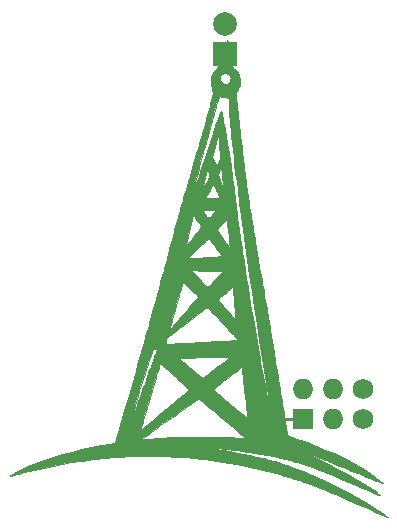
<source format=gbr>
G04 #@! TF.GenerationSoftware,KiCad,Pcbnew,(5.1.10)-1*
G04 #@! TF.CreationDate,2021-08-30T20:12:07-05:00*
G04 #@! TF.ProjectId,Bsides-KC-2021-RF-Village-SAO-SVG2Shenzen v1_00 (Paths),42736964-6573-42d4-9b43-2d323032312d,rev?*
G04 #@! TF.SameCoordinates,Original*
G04 #@! TF.FileFunction,Copper,L1,Top*
G04 #@! TF.FilePolarity,Positive*
%FSLAX46Y46*%
G04 Gerber Fmt 4.6, Leading zero omitted, Abs format (unit mm)*
G04 Created by KiCad (PCBNEW (5.1.10)-1) date 2021-08-30 20:12:07*
%MOMM*%
%LPD*%
G01*
G04 APERTURE LIST*
G04 #@! TA.AperFunction,EtchedComponent*
%ADD10C,0.010000*%
G04 #@! TD*
G04 #@! TA.AperFunction,ComponentPad*
%ADD11C,1.727200*%
G04 #@! TD*
G04 #@! TA.AperFunction,ComponentPad*
%ADD12O,1.727200X1.727200*%
G04 #@! TD*
G04 #@! TA.AperFunction,ComponentPad*
%ADD13R,1.727200X1.727200*%
G04 #@! TD*
G04 #@! TA.AperFunction,ComponentPad*
%ADD14R,2.000000X2.000000*%
G04 #@! TD*
G04 #@! TA.AperFunction,ComponentPad*
%ADD15C,2.000000*%
G04 #@! TD*
G04 #@! TA.AperFunction,Conductor*
%ADD16C,0.250000*%
G04 #@! TD*
G04 APERTURE END LIST*
D10*
G04 #@! TO.C,G\u002A\u002A\u002A*
G36*
X147702539Y-82550145D02*
G01*
X147709184Y-82573961D01*
X147721666Y-82635198D01*
X147739246Y-82729460D01*
X147761185Y-82852348D01*
X147786742Y-82999465D01*
X147815178Y-83166414D01*
X147845753Y-83348796D01*
X147877728Y-83542215D01*
X147910363Y-83742272D01*
X147942918Y-83944570D01*
X147974653Y-84144712D01*
X148004829Y-84338300D01*
X148020459Y-84440167D01*
X148067256Y-84747084D01*
X148154426Y-84831750D01*
X148224455Y-84896594D01*
X148303605Y-84965408D01*
X148339633Y-84995105D01*
X148417012Y-85070744D01*
X148499515Y-85173909D01*
X148578415Y-85292120D01*
X148644986Y-85412898D01*
X148669430Y-85466750D01*
X148729616Y-85653072D01*
X148766032Y-85859910D01*
X148776158Y-86071170D01*
X148773710Y-86132713D01*
X148760999Y-86267957D01*
X148738479Y-86388497D01*
X148702584Y-86504029D01*
X148649749Y-86624247D01*
X148576408Y-86758845D01*
X148493541Y-86894564D01*
X148451067Y-86968435D01*
X148429041Y-87030415D01*
X148421219Y-87101470D01*
X148420667Y-87139248D01*
X148423312Y-87212054D01*
X148431116Y-87325065D01*
X148443879Y-87476493D01*
X148461402Y-87664551D01*
X148483484Y-87887451D01*
X148509927Y-88143404D01*
X148540532Y-88430624D01*
X148575099Y-88747322D01*
X148613428Y-89091710D01*
X148655321Y-89462001D01*
X148700577Y-89856407D01*
X148748998Y-90273140D01*
X148800383Y-90710412D01*
X148854535Y-91166436D01*
X148911253Y-91639423D01*
X148970337Y-92127586D01*
X149031590Y-92629136D01*
X149046195Y-92748084D01*
X149095974Y-93152359D01*
X149141385Y-93519264D01*
X149183079Y-93853466D01*
X149221704Y-94159628D01*
X149257910Y-94442416D01*
X149292345Y-94706496D01*
X149325660Y-94956533D01*
X149358503Y-95197192D01*
X149391523Y-95433138D01*
X149425370Y-95669038D01*
X149460693Y-95909556D01*
X149498140Y-96159357D01*
X149538363Y-96423107D01*
X149582008Y-96705471D01*
X149629726Y-97011115D01*
X149682166Y-97344704D01*
X149713344Y-97542334D01*
X149783106Y-97983844D01*
X149847065Y-98387833D01*
X149905941Y-98758607D01*
X149960454Y-99100472D01*
X150011326Y-99417735D01*
X150059277Y-99714701D01*
X150105028Y-99995677D01*
X150149299Y-100264969D01*
X150192813Y-100526884D01*
X150236289Y-100785726D01*
X150280448Y-101045804D01*
X150326011Y-101311422D01*
X150373699Y-101586887D01*
X150424232Y-101876506D01*
X150478332Y-102184584D01*
X150536719Y-102515428D01*
X150600114Y-102873344D01*
X150669238Y-103262639D01*
X150696515Y-103416084D01*
X150775400Y-103860187D01*
X150847338Y-104266217D01*
X150912945Y-104637753D01*
X150972834Y-104978373D01*
X151027619Y-105291658D01*
X151077913Y-105581186D01*
X151124331Y-105850536D01*
X151167486Y-106103288D01*
X151207992Y-106343021D01*
X151246463Y-106573314D01*
X151283513Y-106797746D01*
X151319756Y-107019897D01*
X151355804Y-107243346D01*
X151392274Y-107471672D01*
X151395293Y-107490667D01*
X151414156Y-107608960D01*
X151438483Y-107760833D01*
X151467883Y-107943875D01*
X151501965Y-108155677D01*
X151540338Y-108393829D01*
X151582611Y-108655920D01*
X151628395Y-108939539D01*
X151677298Y-109242278D01*
X151728930Y-109561726D01*
X151782899Y-109895472D01*
X151838816Y-110241108D01*
X151896289Y-110596221D01*
X151954928Y-110958403D01*
X152014343Y-111325243D01*
X152074141Y-111694331D01*
X152133933Y-112063258D01*
X152193329Y-112429612D01*
X152251936Y-112790984D01*
X152309366Y-113144963D01*
X152365226Y-113489140D01*
X152419127Y-113821104D01*
X152470677Y-114138446D01*
X152519486Y-114438754D01*
X152565163Y-114719620D01*
X152607317Y-114978632D01*
X152645558Y-115213381D01*
X152679496Y-115421457D01*
X152708739Y-115600449D01*
X152732896Y-115747948D01*
X152751578Y-115861542D01*
X152764392Y-115938823D01*
X152770950Y-115977380D01*
X152771600Y-115980856D01*
X152776460Y-115995495D01*
X152787162Y-116009754D01*
X152807440Y-116025154D01*
X152841029Y-116043217D01*
X152891664Y-116065465D01*
X152963079Y-116093419D01*
X153059008Y-116128600D01*
X153183187Y-116172531D01*
X153339349Y-116226732D01*
X153531229Y-116292726D01*
X153568241Y-116305422D01*
X154420355Y-116607234D01*
X155231087Y-116914041D01*
X156001132Y-117226191D01*
X156731187Y-117544035D01*
X157421947Y-117867920D01*
X158074108Y-118198195D01*
X158688365Y-118535211D01*
X159265413Y-118879315D01*
X159805950Y-119230857D01*
X160310669Y-119590186D01*
X160670875Y-119868814D01*
X160747215Y-119931494D01*
X160809634Y-119985429D01*
X160851620Y-120024802D01*
X160866667Y-120043671D01*
X160848759Y-120047066D01*
X160802476Y-120037429D01*
X160755542Y-120022799D01*
X160696432Y-120001162D01*
X160601635Y-119965038D01*
X160474694Y-119915843D01*
X160319153Y-119854998D01*
X160138555Y-119783921D01*
X159936444Y-119704030D01*
X159716365Y-119616745D01*
X159481859Y-119523483D01*
X159236472Y-119425664D01*
X158983746Y-119324706D01*
X158727226Y-119222027D01*
X158470454Y-119119048D01*
X158216976Y-119017186D01*
X157970333Y-118917860D01*
X157734071Y-118822488D01*
X157511732Y-118732490D01*
X157306860Y-118649284D01*
X157122999Y-118574288D01*
X156963693Y-118508922D01*
X156832484Y-118454604D01*
X156732918Y-118412753D01*
X156718000Y-118406383D01*
X156622556Y-118364641D01*
X156500789Y-118310113D01*
X156364606Y-118248201D01*
X156225912Y-118184306D01*
X156135917Y-118142329D01*
X155969445Y-118066827D01*
X155784293Y-117987364D01*
X155587121Y-117906438D01*
X155384588Y-117826544D01*
X155183354Y-117750181D01*
X154990078Y-117679846D01*
X154811421Y-117618036D01*
X154654042Y-117567249D01*
X154524602Y-117529982D01*
X154463750Y-117515287D01*
X154445840Y-117512926D01*
X154443282Y-117517333D01*
X154458258Y-117529665D01*
X154492949Y-117551078D01*
X154549537Y-117582731D01*
X154630201Y-117625780D01*
X154737123Y-117681383D01*
X154872484Y-117750697D01*
X155038465Y-117834879D01*
X155237248Y-117935087D01*
X155471013Y-118052477D01*
X155564417Y-118099300D01*
X156075691Y-118357329D01*
X156551858Y-118601526D01*
X156996991Y-118834090D01*
X157415164Y-119057222D01*
X157810449Y-119273122D01*
X158186921Y-119483989D01*
X158548653Y-119692023D01*
X158899717Y-119899424D01*
X158919334Y-119911179D01*
X159138069Y-120043783D01*
X159351924Y-120176176D01*
X159558284Y-120306549D01*
X159754540Y-120433091D01*
X159938080Y-120553991D01*
X160106292Y-120667439D01*
X160256564Y-120771624D01*
X160386286Y-120864736D01*
X160492846Y-120944965D01*
X160573632Y-121010499D01*
X160626032Y-121059529D01*
X160647436Y-121090244D01*
X160635336Y-121100834D01*
X160601689Y-121093270D01*
X160534611Y-121070453D01*
X160433652Y-121032193D01*
X160298362Y-120978300D01*
X160128290Y-120908584D01*
X159922987Y-120822856D01*
X159682004Y-120720926D01*
X159404890Y-120602604D01*
X159091195Y-120467702D01*
X158740470Y-120316028D01*
X158352264Y-120147393D01*
X157926129Y-119961609D01*
X157723417Y-119873034D01*
X157269449Y-119675473D01*
X156850209Y-119495065D01*
X156462320Y-119330518D01*
X156102406Y-119180540D01*
X155767091Y-119043841D01*
X155452999Y-118919129D01*
X155156752Y-118805112D01*
X154874975Y-118700500D01*
X154604292Y-118603999D01*
X154341325Y-118514320D01*
X154082699Y-118430171D01*
X153825036Y-118350260D01*
X153564962Y-118273296D01*
X153468917Y-118245726D01*
X153054999Y-118133267D01*
X152604792Y-118020975D01*
X152124331Y-117910025D01*
X151619650Y-117801592D01*
X151096780Y-117696851D01*
X150561756Y-117596976D01*
X150020611Y-117503141D01*
X149479379Y-117416522D01*
X148944093Y-117338292D01*
X148515917Y-117281492D01*
X148312977Y-117256746D01*
X148093630Y-117231568D01*
X147861293Y-117206243D01*
X147619382Y-117181051D01*
X147371314Y-117156277D01*
X147120506Y-117132204D01*
X146870375Y-117109114D01*
X146624337Y-117087290D01*
X146385810Y-117067016D01*
X146158210Y-117048573D01*
X145944953Y-117032246D01*
X145749457Y-117018318D01*
X145575139Y-117007070D01*
X145425414Y-116998786D01*
X145303701Y-116993750D01*
X145213415Y-116992243D01*
X145157973Y-116994549D01*
X145140793Y-117000951D01*
X145141500Y-117002047D01*
X145165474Y-117008494D01*
X145224734Y-117018307D01*
X145312449Y-117030534D01*
X145421792Y-117044223D01*
X145543666Y-117058171D01*
X146114458Y-117125222D01*
X146701618Y-117202851D01*
X147298048Y-117289828D01*
X147896647Y-117384919D01*
X148490317Y-117486894D01*
X149071956Y-117594519D01*
X149634466Y-117706564D01*
X150170746Y-117821796D01*
X150673698Y-117938983D01*
X150801917Y-117970563D01*
X151232755Y-118081100D01*
X151631835Y-118190366D01*
X152009493Y-118301604D01*
X152376064Y-118418055D01*
X152741881Y-118542960D01*
X153117280Y-118679559D01*
X153373667Y-118777059D01*
X154140980Y-119080769D01*
X154893349Y-119393416D01*
X155628114Y-119713654D01*
X156342613Y-120040140D01*
X157034186Y-120371527D01*
X157700171Y-120706472D01*
X158337907Y-121043630D01*
X158944732Y-121381657D01*
X159517986Y-121719206D01*
X160055008Y-122054935D01*
X160553136Y-122387498D01*
X160643796Y-122450659D01*
X160811092Y-122569134D01*
X160957521Y-122675031D01*
X161080529Y-122766399D01*
X161177566Y-122841286D01*
X161246078Y-122897738D01*
X161283515Y-122933804D01*
X161290000Y-122944978D01*
X161290108Y-122955769D01*
X161285150Y-122960202D01*
X161267203Y-122956122D01*
X161228345Y-122941372D01*
X161160652Y-122913795D01*
X161131250Y-122901763D01*
X161083132Y-122881164D01*
X161000834Y-122844853D01*
X160888652Y-122794766D01*
X160750885Y-122732842D01*
X160591829Y-122661017D01*
X160415783Y-122581230D01*
X160227043Y-122495419D01*
X160029908Y-122405520D01*
X159977667Y-122381651D01*
X159326229Y-122085505D01*
X158709188Y-121808427D01*
X158123721Y-121549314D01*
X157567006Y-121307065D01*
X157036218Y-121080578D01*
X156528536Y-120868751D01*
X156041136Y-120670483D01*
X155571195Y-120484672D01*
X155115891Y-120310215D01*
X154672401Y-120146012D01*
X154237902Y-119990961D01*
X153809570Y-119843959D01*
X153384583Y-119703905D01*
X152960118Y-119569697D01*
X152533353Y-119440234D01*
X152167167Y-119333236D01*
X151067696Y-119031874D01*
X149986412Y-118765154D01*
X148918493Y-118532187D01*
X147859114Y-118332081D01*
X146803453Y-118163946D01*
X145746686Y-118026891D01*
X144683991Y-117920025D01*
X144377834Y-117894852D01*
X143810568Y-117856015D01*
X143209874Y-117825201D01*
X142583490Y-117802411D01*
X141939155Y-117787643D01*
X141284608Y-117780898D01*
X140627588Y-117782174D01*
X139975836Y-117791472D01*
X139337089Y-117808792D01*
X138719088Y-117834132D01*
X138129571Y-117867492D01*
X137743240Y-117895204D01*
X137611050Y-117906825D01*
X137443098Y-117923547D01*
X137245550Y-117944629D01*
X137024570Y-117969328D01*
X136786325Y-117996902D01*
X136536981Y-118026610D01*
X136282704Y-118057711D01*
X136029658Y-118089461D01*
X135784011Y-118121121D01*
X135551927Y-118151947D01*
X135339573Y-118181198D01*
X135202084Y-118200907D01*
X134443502Y-118318730D01*
X133685280Y-118450479D01*
X132920813Y-118597519D01*
X132143498Y-118761217D01*
X131346732Y-118942936D01*
X130523913Y-119144043D01*
X130037417Y-119268731D01*
X129838981Y-119320417D01*
X129677691Y-119362385D01*
X129549712Y-119395526D01*
X129451208Y-119420734D01*
X129378343Y-119438899D01*
X129327281Y-119450914D01*
X129294186Y-119457670D01*
X129275224Y-119460060D01*
X129266557Y-119458975D01*
X129264351Y-119455307D01*
X129264768Y-119449948D01*
X129264834Y-119448369D01*
X129283334Y-119427884D01*
X129335985Y-119391825D01*
X129418515Y-119342383D01*
X129526648Y-119281750D01*
X129656112Y-119212118D01*
X129802633Y-119135678D01*
X129961936Y-119054622D01*
X130129749Y-118971142D01*
X130301797Y-118887428D01*
X130473808Y-118805674D01*
X130641507Y-118728070D01*
X130800620Y-118656808D01*
X130852334Y-118634270D01*
X131512981Y-118363085D01*
X132211872Y-118104013D01*
X132946482Y-117857758D01*
X133714289Y-117625022D01*
X134512769Y-117406507D01*
X135339398Y-117202917D01*
X136191654Y-117014954D01*
X137067013Y-116843320D01*
X137659432Y-116738780D01*
X138190614Y-116649118D01*
X138274292Y-116362263D01*
X140367809Y-116362263D01*
X140370694Y-116374779D01*
X140415101Y-116379549D01*
X140500933Y-116376578D01*
X140628092Y-116365867D01*
X140779500Y-116349414D01*
X140923064Y-116334245D01*
X141104823Y-116317644D01*
X141320672Y-116299883D01*
X141566506Y-116281236D01*
X141838221Y-116261974D01*
X142131713Y-116242372D01*
X142442877Y-116222702D01*
X142767609Y-116203237D01*
X143101804Y-116184249D01*
X143441358Y-116166012D01*
X143782166Y-116148798D01*
X143838084Y-116146083D01*
X143986199Y-116140336D01*
X144171124Y-116135444D01*
X144387345Y-116131405D01*
X144629348Y-116128219D01*
X144891617Y-116125885D01*
X145168639Y-116124403D01*
X145454899Y-116123771D01*
X145744882Y-116123990D01*
X146033074Y-116125057D01*
X146313961Y-116126973D01*
X146582027Y-116129737D01*
X146831760Y-116133348D01*
X147057643Y-116137806D01*
X147254164Y-116143109D01*
X147351750Y-116146542D01*
X147547968Y-116155129D01*
X147768460Y-116166327D01*
X147998294Y-116179275D01*
X148222540Y-116193116D01*
X148426268Y-116206989D01*
X148508970Y-116213143D01*
X148662937Y-116224547D01*
X148806249Y-116234320D01*
X148932503Y-116242091D01*
X149035302Y-116247490D01*
X149108242Y-116250148D01*
X149143615Y-116249840D01*
X149213706Y-116243084D01*
X149097645Y-116130362D01*
X149065043Y-116100821D01*
X149002623Y-116046339D01*
X148913028Y-115969142D01*
X148798904Y-115871461D01*
X148662897Y-115755522D01*
X148507650Y-115623554D01*
X148335810Y-115477785D01*
X148150020Y-115320443D01*
X147952925Y-115153757D01*
X147747172Y-114979955D01*
X147535404Y-114801264D01*
X147320267Y-114619914D01*
X147104405Y-114438132D01*
X146890464Y-114258147D01*
X146681088Y-114082186D01*
X146478923Y-113912478D01*
X146286612Y-113751251D01*
X146106803Y-113600733D01*
X145942138Y-113463153D01*
X145795263Y-113340739D01*
X145668824Y-113235719D01*
X145565465Y-113150320D01*
X145487830Y-113086772D01*
X145438566Y-113047303D01*
X145431212Y-113041625D01*
X145360399Y-112990993D01*
X145298322Y-112952445D01*
X145255238Y-112932150D01*
X145246409Y-112930500D01*
X145233232Y-112935413D01*
X145205884Y-112950720D01*
X145163138Y-112977278D01*
X145103767Y-113015940D01*
X145026546Y-113067563D01*
X144930247Y-113133000D01*
X144813645Y-113213106D01*
X144675513Y-113308737D01*
X144514625Y-113420748D01*
X144329754Y-113549993D01*
X144119675Y-113697327D01*
X143883160Y-113863605D01*
X143618983Y-114049682D01*
X143325919Y-114256413D01*
X143002739Y-114484653D01*
X142648220Y-114735257D01*
X142261133Y-115009080D01*
X142028334Y-115173835D01*
X141732263Y-115383484D01*
X141469436Y-115569781D01*
X141238462Y-115733722D01*
X141037954Y-115876299D01*
X140866520Y-115998508D01*
X140722772Y-116101343D01*
X140605321Y-116185798D01*
X140512778Y-116252867D01*
X140443753Y-116303545D01*
X140396857Y-116338826D01*
X140370700Y-116359704D01*
X140367809Y-116362263D01*
X138274292Y-116362263D01*
X138515225Y-115536338D01*
X140335000Y-115536338D01*
X140338384Y-115542292D01*
X140350187Y-115539866D01*
X140372888Y-115527119D01*
X140408965Y-115502106D01*
X140460896Y-115462883D01*
X140531159Y-115407509D01*
X140622233Y-115334039D01*
X140736595Y-115240531D01*
X140876724Y-115125040D01*
X141045098Y-114985624D01*
X141178918Y-114874562D01*
X141311416Y-114764613D01*
X141471840Y-114631635D01*
X141655460Y-114479541D01*
X141857550Y-114312242D01*
X142073380Y-114133652D01*
X142298221Y-113947682D01*
X142527346Y-113758245D01*
X142756026Y-113569253D01*
X142979532Y-113384617D01*
X143076084Y-113304885D01*
X143275438Y-113140125D01*
X143466699Y-112981753D01*
X143647138Y-112832049D01*
X143814023Y-112693293D01*
X143964623Y-112567764D01*
X144096209Y-112457741D01*
X144206049Y-112365503D01*
X144291412Y-112293331D01*
X144349569Y-112243503D01*
X144377788Y-112218299D01*
X144377834Y-112218254D01*
X144451917Y-112145301D01*
X144443531Y-112137619D01*
X146489996Y-112137619D01*
X146719790Y-112339899D01*
X146812484Y-112420575D01*
X146927040Y-112518769D01*
X147060532Y-112632073D01*
X147210034Y-112758079D01*
X147372619Y-112894377D01*
X147545360Y-113038560D01*
X147725331Y-113188219D01*
X147909606Y-113340947D01*
X148095258Y-113494334D01*
X148279361Y-113645973D01*
X148458988Y-113793454D01*
X148631212Y-113934371D01*
X148793107Y-114066314D01*
X148941747Y-114186875D01*
X149074205Y-114293645D01*
X149187555Y-114384217D01*
X149278870Y-114456182D01*
X149345224Y-114507132D01*
X149383690Y-114534659D01*
X149391961Y-114538944D01*
X149394125Y-114519674D01*
X149392511Y-114468363D01*
X149387499Y-114395097D01*
X149385812Y-114375125D01*
X149380060Y-114316118D01*
X149370075Y-114221400D01*
X149356270Y-114094524D01*
X149339055Y-113939046D01*
X149324288Y-113807153D01*
X151301005Y-113807153D01*
X151304896Y-113834606D01*
X151312122Y-113834934D01*
X151317175Y-113806605D01*
X151313793Y-113794365D01*
X151304394Y-113786347D01*
X151301005Y-113807153D01*
X149324288Y-113807153D01*
X149318842Y-113758518D01*
X149296042Y-113556494D01*
X149271067Y-113336529D01*
X149244327Y-113102175D01*
X149216235Y-112856987D01*
X149187202Y-112604519D01*
X149157639Y-112348323D01*
X149127957Y-112091955D01*
X149098568Y-111838968D01*
X149069883Y-111592916D01*
X149042314Y-111357352D01*
X149016271Y-111135830D01*
X148992167Y-110931904D01*
X148970413Y-110749128D01*
X148951420Y-110591056D01*
X148935599Y-110461242D01*
X148923362Y-110363238D01*
X148915120Y-110300600D01*
X148911488Y-110277515D01*
X148896004Y-110217446D01*
X148703868Y-110364323D01*
X148605929Y-110439892D01*
X148482406Y-110536319D01*
X148337663Y-110650113D01*
X148176066Y-110777784D01*
X148001981Y-110915843D01*
X147819773Y-111060801D01*
X147633806Y-111209167D01*
X147448447Y-111357452D01*
X147268060Y-111502166D01*
X147097011Y-111639819D01*
X146939665Y-111766922D01*
X146800387Y-111879986D01*
X146683544Y-111975519D01*
X146593499Y-112050033D01*
X146561040Y-112077342D01*
X146489996Y-112137619D01*
X144443531Y-112137619D01*
X144367250Y-112067745D01*
X144334756Y-112037716D01*
X144274785Y-111982026D01*
X144190804Y-111903905D01*
X144086280Y-111806581D01*
X143964679Y-111693283D01*
X143829469Y-111567240D01*
X143684115Y-111431681D01*
X143541750Y-111298854D01*
X143329715Y-111101506D01*
X143125411Y-110912362D01*
X142931364Y-110733708D01*
X142750097Y-110567829D01*
X142584138Y-110417007D01*
X142436010Y-110283529D01*
X142308238Y-110169677D01*
X142203349Y-110077737D01*
X142123866Y-110009993D01*
X142072315Y-109968729D01*
X142067819Y-109965445D01*
X142012055Y-109925432D01*
X141989132Y-109983341D01*
X141977008Y-110018916D01*
X141954004Y-110091391D01*
X141920977Y-110197898D01*
X141878778Y-110335571D01*
X141828263Y-110501543D01*
X141770285Y-110692948D01*
X141705699Y-110906918D01*
X141635357Y-111140588D01*
X141560114Y-111391091D01*
X141480824Y-111655560D01*
X141398341Y-111931128D01*
X141313519Y-112214929D01*
X141227211Y-112504097D01*
X141140271Y-112795764D01*
X141053554Y-113087064D01*
X140967913Y-113375131D01*
X140884203Y-113657097D01*
X140803277Y-113930096D01*
X140725988Y-114191262D01*
X140653192Y-114437728D01*
X140585742Y-114666627D01*
X140524491Y-114875093D01*
X140470294Y-115060259D01*
X140424005Y-115219258D01*
X140386477Y-115349225D01*
X140358564Y-115447291D01*
X140341121Y-115510591D01*
X140335001Y-115536258D01*
X140335000Y-115536338D01*
X138515225Y-115536338D01*
X138524605Y-115504184D01*
X138630012Y-115142417D01*
X139467167Y-115142417D01*
X139477750Y-115153000D01*
X139488334Y-115142417D01*
X139477750Y-115131834D01*
X139467167Y-115142417D01*
X138630012Y-115142417D01*
X138650333Y-115072670D01*
X139490005Y-115072670D01*
X139496855Y-115065247D01*
X139514202Y-115024417D01*
X139539354Y-114956999D01*
X139566912Y-114877834D01*
X139590584Y-114808501D01*
X139626218Y-114704935D01*
X139671827Y-114572874D01*
X139725424Y-114418055D01*
X139785022Y-114246213D01*
X139848636Y-114063087D01*
X139914278Y-113874413D01*
X139933402Y-113819500D01*
X139971076Y-113711781D01*
X140020713Y-113570532D01*
X140081110Y-113399141D01*
X140151066Y-113200992D01*
X140229377Y-112979471D01*
X140314841Y-112737963D01*
X140406255Y-112479854D01*
X140502418Y-112208529D01*
X140602126Y-111927374D01*
X140704178Y-111639774D01*
X140807370Y-111349116D01*
X140910500Y-111058783D01*
X141012366Y-110772163D01*
X141111765Y-110492640D01*
X141207494Y-110223600D01*
X141298352Y-109968429D01*
X141383136Y-109730511D01*
X141460643Y-109513233D01*
X141464652Y-109502009D01*
X143585471Y-109502009D01*
X143585848Y-109504355D01*
X143607256Y-109526002D01*
X143658117Y-109571223D01*
X143734868Y-109637098D01*
X143833944Y-109720708D01*
X143951780Y-109819133D01*
X144084811Y-109929454D01*
X144229473Y-110048751D01*
X144382201Y-110174104D01*
X144539431Y-110302594D01*
X144697598Y-110431302D01*
X144853137Y-110557308D01*
X145002484Y-110677692D01*
X145142074Y-110789536D01*
X145268342Y-110889918D01*
X145377724Y-110975921D01*
X145463842Y-111042479D01*
X145607933Y-111152425D01*
X145728425Y-111070501D01*
X145776208Y-111036592D01*
X145852093Y-110980983D01*
X145950610Y-110907761D01*
X146066289Y-110821016D01*
X146193662Y-110724837D01*
X146327259Y-110623312D01*
X146358363Y-110599580D01*
X146517905Y-110477432D01*
X146699622Y-110337758D01*
X146892377Y-110189153D01*
X147085035Y-110040214D01*
X147266456Y-109899535D01*
X147397152Y-109797834D01*
X147926493Y-109385084D01*
X147755538Y-109378008D01*
X147694270Y-109376923D01*
X147594683Y-109376981D01*
X147460777Y-109378088D01*
X147296550Y-109380153D01*
X147105999Y-109383081D01*
X146893121Y-109386780D01*
X146661916Y-109391157D01*
X146416380Y-109396118D01*
X146160511Y-109401570D01*
X145898309Y-109407421D01*
X145633769Y-109413577D01*
X145370890Y-109419944D01*
X145113671Y-109426431D01*
X144866108Y-109432944D01*
X144632200Y-109439389D01*
X144415945Y-109445674D01*
X144221340Y-109451706D01*
X144052383Y-109457391D01*
X143913072Y-109462636D01*
X143807406Y-109467349D01*
X143739381Y-109471436D01*
X143737648Y-109471573D01*
X143660718Y-109480153D01*
X143607157Y-109490911D01*
X143585471Y-109502009D01*
X141464652Y-109502009D01*
X141529670Y-109319980D01*
X141589016Y-109154137D01*
X141637478Y-109019091D01*
X141673853Y-108918226D01*
X141691311Y-108870233D01*
X141711888Y-108805400D01*
X141721751Y-108756180D01*
X141720454Y-108737942D01*
X141694125Y-108726979D01*
X141639509Y-108719863D01*
X141594680Y-108718334D01*
X141539948Y-108719986D01*
X141495276Y-108727997D01*
X141457403Y-108746947D01*
X141423067Y-108781416D01*
X141389007Y-108835984D01*
X141351963Y-108915232D01*
X141308673Y-109023740D01*
X141255875Y-109166088D01*
X141234998Y-109223509D01*
X141109359Y-109577090D01*
X140976036Y-109965793D01*
X140836950Y-110383511D01*
X140694018Y-110824136D01*
X140549160Y-111281562D01*
X140404294Y-111749680D01*
X140261341Y-112222382D01*
X140122218Y-112693562D01*
X139988845Y-113157112D01*
X139902926Y-113463012D01*
X139859682Y-113620183D01*
X139813833Y-113789626D01*
X139766644Y-113966410D01*
X139719381Y-114145602D01*
X139673308Y-114322269D01*
X139629691Y-114491478D01*
X139589796Y-114648297D01*
X139554887Y-114787793D01*
X139526230Y-114905033D01*
X139505091Y-114995085D01*
X139492735Y-115053015D01*
X139490005Y-115072670D01*
X138650333Y-115072670D01*
X138711494Y-114862763D01*
X138896540Y-114226181D01*
X139079132Y-113596577D01*
X139258659Y-112976090D01*
X139434512Y-112366858D01*
X139606081Y-111771020D01*
X139772754Y-111190715D01*
X139933922Y-110628082D01*
X140088975Y-110085259D01*
X140237302Y-109564384D01*
X140378292Y-109067598D01*
X140511337Y-108597038D01*
X140612393Y-108238073D01*
X142479660Y-108238073D01*
X142480784Y-108242856D01*
X142484530Y-108250826D01*
X142491065Y-108257581D01*
X142503181Y-108263045D01*
X142523671Y-108267145D01*
X142555328Y-108269806D01*
X142600943Y-108270954D01*
X142663309Y-108270514D01*
X142745219Y-108268412D01*
X142849466Y-108264574D01*
X142978841Y-108258925D01*
X143136137Y-108251391D01*
X143324147Y-108241897D01*
X143545663Y-108230369D01*
X143803478Y-108216734D01*
X144100384Y-108200915D01*
X144145000Y-108198534D01*
X144692857Y-108169250D01*
X145199513Y-108142064D01*
X145666044Y-108116914D01*
X146093528Y-108093740D01*
X146483040Y-108072480D01*
X146835659Y-108053071D01*
X147152460Y-108035453D01*
X147434520Y-108019564D01*
X147682916Y-108005343D01*
X147898726Y-107992727D01*
X148083025Y-107981655D01*
X148236891Y-107972065D01*
X148361401Y-107963896D01*
X148457630Y-107957087D01*
X148526657Y-107951575D01*
X148569558Y-107947299D01*
X148586785Y-107944436D01*
X148593218Y-107942322D01*
X148597770Y-107939294D01*
X148598744Y-107933500D01*
X148594440Y-107923088D01*
X148583159Y-107906207D01*
X148563204Y-107881002D01*
X148532875Y-107845624D01*
X148490473Y-107798219D01*
X148434301Y-107736936D01*
X148362659Y-107659923D01*
X148273848Y-107565327D01*
X148166171Y-107451297D01*
X148037927Y-107315980D01*
X147887419Y-107157525D01*
X147712948Y-106974079D01*
X147512815Y-106763790D01*
X147285321Y-106524806D01*
X147268669Y-106507313D01*
X147082692Y-106311871D01*
X146904653Y-106124633D01*
X146736784Y-105947952D01*
X146581313Y-105784182D01*
X146440471Y-105635677D01*
X146316488Y-105504790D01*
X146211595Y-105393875D01*
X146128021Y-105305285D01*
X146067997Y-105241374D01*
X146033753Y-105204497D01*
X146026789Y-105196681D01*
X146015249Y-105184928D01*
X146001031Y-105179840D01*
X145979979Y-105183950D01*
X145947934Y-105199795D01*
X145900739Y-105229908D01*
X145834237Y-105276824D01*
X145744269Y-105343078D01*
X145626678Y-105431204D01*
X145561122Y-105480571D01*
X145379786Y-105617345D01*
X145186049Y-105763721D01*
X144982557Y-105917683D01*
X144771958Y-106077214D01*
X144556898Y-106240299D01*
X144340024Y-106404920D01*
X144123983Y-106569063D01*
X143911423Y-106730710D01*
X143704989Y-106887845D01*
X143507329Y-107038453D01*
X143321089Y-107180517D01*
X143148917Y-107312020D01*
X142993459Y-107430947D01*
X142857362Y-107535282D01*
X142743274Y-107623007D01*
X142653840Y-107692108D01*
X142591709Y-107740567D01*
X142559526Y-107766369D01*
X142555541Y-107770015D01*
X142543116Y-107804903D01*
X142528220Y-107869418D01*
X142512653Y-107952178D01*
X142498214Y-108041804D01*
X142486703Y-108126915D01*
X142479919Y-108196131D01*
X142479660Y-108238073D01*
X140612393Y-108238073D01*
X140635825Y-108154842D01*
X140751146Y-107743151D01*
X140856690Y-107364102D01*
X140946629Y-107038713D01*
X142812295Y-107038713D01*
X142812547Y-107043630D01*
X142814548Y-107045588D01*
X142820886Y-107041729D01*
X142834146Y-107029196D01*
X142856916Y-107005134D01*
X142891783Y-106966684D01*
X142941334Y-106910990D01*
X143008156Y-106835195D01*
X143094835Y-106736442D01*
X143203958Y-106611874D01*
X143338114Y-106458635D01*
X143354310Y-106440134D01*
X143451810Y-106328529D01*
X143572141Y-106190412D01*
X143710488Y-106031328D01*
X143862038Y-105856826D01*
X144021975Y-105672451D01*
X144185484Y-105483751D01*
X144347752Y-105296272D01*
X144490986Y-105130584D01*
X145000736Y-104540537D01*
X146896769Y-104540537D01*
X147075870Y-104758067D01*
X147144391Y-104839629D01*
X147230139Y-104939066D01*
X147329676Y-105052614D01*
X147439566Y-105176510D01*
X147556373Y-105306990D01*
X147676661Y-105440292D01*
X147796993Y-105572651D01*
X147913933Y-105700306D01*
X148024044Y-105819492D01*
X148123890Y-105926447D01*
X148210035Y-106017406D01*
X148279042Y-106088608D01*
X148327474Y-106136288D01*
X148351897Y-106156683D01*
X148353448Y-106157167D01*
X148356087Y-106137214D01*
X148356703Y-106082108D01*
X148355382Y-105998976D01*
X148352210Y-105894945D01*
X148349383Y-105823792D01*
X148343625Y-105706514D01*
X148335472Y-105564031D01*
X148325275Y-105400875D01*
X148313384Y-105221578D01*
X148300149Y-105030670D01*
X148285921Y-104832684D01*
X148271051Y-104632152D01*
X148255889Y-104433604D01*
X148240785Y-104241572D01*
X148226091Y-104060588D01*
X148212157Y-103895183D01*
X148199332Y-103749888D01*
X148187969Y-103629236D01*
X148178417Y-103537758D01*
X148171026Y-103479985D01*
X148166577Y-103460612D01*
X148144016Y-103466550D01*
X148094602Y-103497474D01*
X148022984Y-103550091D01*
X147933812Y-103621108D01*
X147897929Y-103650862D01*
X147796318Y-103736672D01*
X147682650Y-103833883D01*
X147561940Y-103938084D01*
X147439207Y-104044863D01*
X147319469Y-104149809D01*
X147207742Y-104248511D01*
X147109043Y-104336557D01*
X147028391Y-104409537D01*
X146970802Y-104463040D01*
X146944343Y-104489246D01*
X146896769Y-104540537D01*
X145000736Y-104540537D01*
X145222434Y-104283917D01*
X145017092Y-104075401D01*
X144936080Y-103994092D01*
X144839867Y-103899081D01*
X144732518Y-103794237D01*
X144618098Y-103683426D01*
X144500672Y-103570515D01*
X144384307Y-103459372D01*
X144273068Y-103353864D01*
X144171019Y-103257857D01*
X144082227Y-103175220D01*
X144010757Y-103109820D01*
X143960674Y-103065523D01*
X143936044Y-103046197D01*
X143934576Y-103045667D01*
X143929346Y-103049400D01*
X143922105Y-103062156D01*
X143912174Y-103086272D01*
X143898875Y-103124086D01*
X143881528Y-103177933D01*
X143859455Y-103250150D01*
X143831978Y-103343075D01*
X143798417Y-103459043D01*
X143758094Y-103600392D01*
X143710331Y-103769458D01*
X143654448Y-103968578D01*
X143589767Y-104200089D01*
X143515610Y-104466327D01*
X143431297Y-104769629D01*
X143375148Y-104971834D01*
X143278193Y-105321254D01*
X143192118Y-105631844D01*
X143116394Y-105905541D01*
X143050494Y-106144283D01*
X142993890Y-106350006D01*
X142946056Y-106524647D01*
X142906463Y-106670145D01*
X142874583Y-106788436D01*
X142849890Y-106881457D01*
X142831855Y-106951147D01*
X142819952Y-106999441D01*
X142813652Y-107028278D01*
X142812295Y-107038713D01*
X140946629Y-107038713D01*
X140951847Y-107019835D01*
X141036007Y-106712487D01*
X141088980Y-106517000D01*
X141217424Y-106040962D01*
X141335964Y-105602634D01*
X141445481Y-105198787D01*
X141546858Y-104826195D01*
X141640974Y-104481631D01*
X141728713Y-104161867D01*
X141810955Y-103863677D01*
X141888582Y-103583832D01*
X141962476Y-103319107D01*
X141964957Y-103310250D01*
X142046430Y-103019050D01*
X142118911Y-102759116D01*
X142184563Y-102522503D01*
X142245549Y-102301265D01*
X142304034Y-102087455D01*
X142315537Y-102045056D01*
X144642417Y-102045056D01*
X144822158Y-102233153D01*
X144881202Y-102294597D01*
X144964725Y-102381026D01*
X145067606Y-102487165D01*
X145184721Y-102607736D01*
X145310947Y-102737464D01*
X145441161Y-102871072D01*
X145516039Y-102947797D01*
X145652809Y-103087777D01*
X145763159Y-103200199D01*
X145850234Y-103287806D01*
X145917178Y-103353339D01*
X145967135Y-103399541D01*
X146003251Y-103429153D01*
X146028669Y-103444918D01*
X146046534Y-103449578D01*
X146059990Y-103445874D01*
X146072182Y-103436549D01*
X146074324Y-103434630D01*
X146099231Y-103410004D01*
X146149403Y-103358574D01*
X146221033Y-103284309D01*
X146310312Y-103191175D01*
X146413432Y-103083142D01*
X146526587Y-102964177D01*
X146599879Y-102886917D01*
X146721439Y-102758326D01*
X146838702Y-102633689D01*
X146947143Y-102517860D01*
X147042234Y-102415695D01*
X147119450Y-102332049D01*
X147174264Y-102271778D01*
X147191862Y-102251917D01*
X147302436Y-102124917D01*
X147200093Y-102111287D01*
X147155437Y-102107791D01*
X147074005Y-102103917D01*
X146961353Y-102099833D01*
X146823035Y-102095705D01*
X146664607Y-102091701D01*
X146491622Y-102087988D01*
X146325167Y-102084984D01*
X146122981Y-102081481D01*
X145912127Y-102077493D01*
X145701803Y-102073218D01*
X145501207Y-102068853D01*
X145319537Y-102064594D01*
X145165991Y-102060639D01*
X145097500Y-102058683D01*
X144642417Y-102045056D01*
X142315537Y-102045056D01*
X142362182Y-101873128D01*
X142422156Y-101650338D01*
X142486121Y-101411138D01*
X142556240Y-101147582D01*
X142587203Y-101030790D01*
X144328060Y-101030790D01*
X144335500Y-101033925D01*
X144365752Y-101033015D01*
X144431205Y-101030281D01*
X144524780Y-101026046D01*
X144639398Y-101020629D01*
X144767982Y-101014354D01*
X144780000Y-101013758D01*
X144932350Y-101005814D01*
X145105150Y-100996154D01*
X145294010Y-100985076D01*
X145494541Y-100972875D01*
X145702354Y-100959850D01*
X145913060Y-100946297D01*
X146122268Y-100932514D01*
X146325591Y-100918798D01*
X146518638Y-100905445D01*
X146697020Y-100892753D01*
X146856349Y-100881020D01*
X146992234Y-100870542D01*
X147100286Y-100861616D01*
X147176117Y-100854539D01*
X147215336Y-100849609D01*
X147219208Y-100848635D01*
X147227861Y-100839036D01*
X147224917Y-100818636D01*
X147207960Y-100783464D01*
X147174571Y-100729554D01*
X147122334Y-100652935D01*
X147048831Y-100549640D01*
X146975211Y-100448039D01*
X146860990Y-100292279D01*
X146745186Y-100136457D01*
X146630777Y-99984403D01*
X146520740Y-99839947D01*
X146418053Y-99706921D01*
X146325693Y-99589154D01*
X146246637Y-99490476D01*
X146183862Y-99414719D01*
X146140347Y-99365712D01*
X146119742Y-99347488D01*
X146112568Y-99345342D01*
X146103979Y-99345871D01*
X146091654Y-99351192D01*
X146073270Y-99363424D01*
X146046507Y-99384685D01*
X146009043Y-99417092D01*
X145958557Y-99462763D01*
X145892728Y-99523816D01*
X145809234Y-99602369D01*
X145705755Y-99700540D01*
X145579968Y-99820445D01*
X145429552Y-99964205D01*
X145252187Y-100133935D01*
X145139834Y-100241492D01*
X144994845Y-100380206D01*
X144856945Y-100511963D01*
X144729633Y-100633432D01*
X144616413Y-100741279D01*
X144520786Y-100832170D01*
X144446253Y-100902772D01*
X144396317Y-100949752D01*
X144377834Y-100966832D01*
X144337709Y-101008063D01*
X144328060Y-101030790D01*
X142587203Y-101030790D01*
X142634677Y-100851725D01*
X142642238Y-100823167D01*
X142795369Y-100245850D01*
X142864693Y-99985615D01*
X144173831Y-99985615D01*
X144185383Y-99988289D01*
X144204271Y-99968662D01*
X144245492Y-99920920D01*
X144304927Y-99849999D01*
X144378456Y-99760833D01*
X144461961Y-99658360D01*
X144500415Y-99610807D01*
X144588381Y-99500802D01*
X144685762Y-99377346D01*
X144789382Y-99244625D01*
X144896059Y-99106826D01*
X145002617Y-98968138D01*
X145105874Y-98832746D01*
X145202654Y-98704838D01*
X145282996Y-98597647D01*
X146809438Y-98597647D01*
X147248245Y-99228865D01*
X147410236Y-99461243D01*
X147549207Y-99659200D01*
X147665701Y-99823485D01*
X147760262Y-99954845D01*
X147833433Y-100054031D01*
X147885756Y-100121790D01*
X147917775Y-100158871D01*
X147928729Y-100167000D01*
X147932554Y-100148073D01*
X147930713Y-100099414D01*
X147926393Y-100055875D01*
X147883297Y-99695521D01*
X147844794Y-99374948D01*
X147810582Y-99091891D01*
X147780358Y-98844083D01*
X147753821Y-98629255D01*
X147730668Y-98445142D01*
X147710596Y-98289476D01*
X147693305Y-98159990D01*
X147678490Y-98054418D01*
X147665852Y-97970491D01*
X147655086Y-97905944D01*
X147645891Y-97858509D01*
X147637965Y-97825919D01*
X147631005Y-97805907D01*
X147625229Y-97796688D01*
X147611589Y-97788360D01*
X147593268Y-97790571D01*
X147566164Y-97806740D01*
X147526176Y-97840284D01*
X147469204Y-97894621D01*
X147391148Y-97973169D01*
X147295498Y-98071500D01*
X147197398Y-98173453D01*
X147102750Y-98272927D01*
X147018056Y-98363007D01*
X146949817Y-98436776D01*
X146904535Y-98487319D01*
X146903920Y-98488032D01*
X146809438Y-98597647D01*
X145282996Y-98597647D01*
X145289776Y-98588602D01*
X145364062Y-98488224D01*
X145422333Y-98407891D01*
X145461410Y-98351791D01*
X145478114Y-98324111D01*
X145478500Y-98322516D01*
X145466162Y-98291870D01*
X145431921Y-98234557D01*
X145379934Y-98156126D01*
X145314359Y-98062126D01*
X145239355Y-97958104D01*
X145159079Y-97849610D01*
X145077691Y-97742191D01*
X144999347Y-97641398D01*
X144928206Y-97552777D01*
X144868426Y-97481878D01*
X144824166Y-97434249D01*
X144799582Y-97415438D01*
X144798664Y-97415344D01*
X144786557Y-97433976D01*
X144768387Y-97482366D01*
X144751815Y-97537042D01*
X144738678Y-97587351D01*
X144717070Y-97673630D01*
X144688246Y-97790650D01*
X144653463Y-97933180D01*
X144613977Y-98095991D01*
X144571043Y-98273851D01*
X144525918Y-98461531D01*
X144479856Y-98653800D01*
X144434114Y-98845429D01*
X144389948Y-99031188D01*
X144348614Y-99205845D01*
X144311367Y-99364171D01*
X144279463Y-99500936D01*
X144260094Y-99584917D01*
X144233945Y-99699042D01*
X144210398Y-99801741D01*
X144191422Y-99884434D01*
X144178984Y-99938544D01*
X144175921Y-99951815D01*
X144173831Y-99985615D01*
X142864693Y-99985615D01*
X142938792Y-99707458D01*
X143073090Y-99205852D01*
X143198846Y-98738891D01*
X143316641Y-98304438D01*
X143427059Y-97900353D01*
X143530682Y-97524497D01*
X143628093Y-97174731D01*
X143677026Y-97001023D01*
X145631737Y-97001023D01*
X145636453Y-97025733D01*
X145653730Y-97057943D01*
X145660987Y-97069665D01*
X145697879Y-97125038D01*
X145749152Y-97197335D01*
X145809562Y-97279692D01*
X145873865Y-97365248D01*
X145936818Y-97447138D01*
X145993177Y-97518501D01*
X146037700Y-97572475D01*
X146065143Y-97602195D01*
X146070637Y-97605834D01*
X146090934Y-97592002D01*
X146137059Y-97553401D01*
X146204101Y-97494369D01*
X146287149Y-97419246D01*
X146381294Y-97332370D01*
X146402781Y-97312322D01*
X146501987Y-97219129D01*
X146593749Y-97132091D01*
X146672354Y-97056692D01*
X146732087Y-96998418D01*
X146767235Y-96962754D01*
X146769667Y-96960102D01*
X146822584Y-96901395D01*
X146694641Y-96914168D01*
X146634737Y-96918694D01*
X146541040Y-96923984D01*
X146422074Y-96929640D01*
X146286362Y-96935267D01*
X146142429Y-96940464D01*
X146105307Y-96941677D01*
X145945378Y-96947105D01*
X145823517Y-96952686D01*
X145735474Y-96959644D01*
X145676997Y-96969203D01*
X145643835Y-96982587D01*
X145631737Y-97001023D01*
X143677026Y-97001023D01*
X143719875Y-96848916D01*
X143806610Y-96544913D01*
X143824135Y-96484000D01*
X143918717Y-96155917D01*
X144610667Y-96155917D01*
X144621250Y-96166500D01*
X144631834Y-96155917D01*
X144621250Y-96145334D01*
X144610667Y-96155917D01*
X143918717Y-96155917D01*
X143936232Y-96095161D01*
X144638105Y-96095161D01*
X144646190Y-96078040D01*
X144664779Y-96025728D01*
X144692123Y-95943558D01*
X144692238Y-95943199D01*
X145817167Y-95943199D01*
X145837949Y-95949655D01*
X145898967Y-95953145D01*
X145998232Y-95953693D01*
X146133750Y-95951322D01*
X146303533Y-95946057D01*
X146505589Y-95937922D01*
X146598779Y-95933694D01*
X146730113Y-95926825D01*
X146846988Y-95919321D01*
X146942822Y-95911718D01*
X147011037Y-95904551D01*
X147045051Y-95898358D01*
X147047352Y-95897121D01*
X147043099Y-95874293D01*
X147022538Y-95818829D01*
X146987974Y-95736116D01*
X146941715Y-95631542D01*
X146886066Y-95510491D01*
X146840967Y-95415084D01*
X146775966Y-95278846D01*
X146714419Y-95149372D01*
X146659558Y-95033497D01*
X146614616Y-94938058D01*
X146582825Y-94869891D01*
X146571482Y-94845094D01*
X146524594Y-94740771D01*
X146417482Y-94908594D01*
X146352178Y-95012556D01*
X146279721Y-95130687D01*
X146203243Y-95257591D01*
X146125874Y-95387870D01*
X146050746Y-95516130D01*
X145980990Y-95636974D01*
X145919736Y-95745005D01*
X145870116Y-95834828D01*
X145835261Y-95901046D01*
X145818303Y-95938262D01*
X145817167Y-95943199D01*
X144692238Y-95943199D01*
X144726475Y-95836862D01*
X144766087Y-95710971D01*
X144800297Y-95600327D01*
X144882480Y-95334150D01*
X144920008Y-95214000D01*
X145551257Y-95214000D01*
X145551928Y-95227242D01*
X145564359Y-95216548D01*
X145589666Y-95180026D01*
X145628967Y-95115783D01*
X145683381Y-95021926D01*
X145754024Y-94896564D01*
X145842016Y-94737804D01*
X145948473Y-94543754D01*
X145964972Y-94513556D01*
X146034680Y-94385061D01*
X146097095Y-94268362D01*
X146149470Y-94168729D01*
X146189060Y-94091433D01*
X146213117Y-94041744D01*
X146219334Y-94025451D01*
X146211918Y-93998585D01*
X146191560Y-93940190D01*
X146188505Y-93931951D01*
X146939000Y-93931951D01*
X146945318Y-93968198D01*
X146962950Y-94035337D01*
X146989912Y-94127451D01*
X147024223Y-94238618D01*
X147063900Y-94362920D01*
X147106960Y-94494435D01*
X147151419Y-94627246D01*
X147195296Y-94755431D01*
X147236608Y-94873071D01*
X147273372Y-94974246D01*
X147303605Y-95053036D01*
X147325324Y-95103522D01*
X147336547Y-95119783D01*
X147336784Y-95119606D01*
X147338207Y-95096800D01*
X147336884Y-95038980D01*
X147333117Y-94953355D01*
X147327205Y-94847137D01*
X147322046Y-94765814D01*
X147312949Y-94624387D01*
X147302634Y-94456667D01*
X147292059Y-94278638D01*
X147282178Y-94106283D01*
X147276680Y-94006713D01*
X147268839Y-93870787D01*
X147260544Y-93742214D01*
X147252427Y-93629745D01*
X147245119Y-93542130D01*
X147239291Y-93488394D01*
X147224303Y-93383612D01*
X147081651Y-93641629D01*
X147029744Y-93737743D01*
X146986281Y-93822462D01*
X146955056Y-93888065D01*
X146939865Y-93926831D01*
X146939000Y-93931951D01*
X146188505Y-93931951D01*
X146161090Y-93858022D01*
X146123338Y-93759835D01*
X146109605Y-93724833D01*
X145999876Y-93446584D01*
X145961266Y-93573584D01*
X145948666Y-93618841D01*
X145927497Y-93699190D01*
X145899258Y-93808639D01*
X145865445Y-93941199D01*
X145827557Y-94090878D01*
X145787090Y-94251685D01*
X145745542Y-94417631D01*
X145704409Y-94582723D01*
X145665190Y-94740973D01*
X145629382Y-94886388D01*
X145598482Y-95012978D01*
X145573987Y-95114753D01*
X145557395Y-95185722D01*
X145551257Y-95214000D01*
X144920008Y-95214000D01*
X144969606Y-95055207D01*
X145062503Y-94760956D01*
X145161996Y-94448854D01*
X145268910Y-94116360D01*
X145384071Y-93760932D01*
X145508305Y-93380026D01*
X145642438Y-92971102D01*
X145787295Y-92531616D01*
X145817678Y-92439810D01*
X146425263Y-92439810D01*
X146433293Y-92501379D01*
X146456085Y-92569392D01*
X146495992Y-92654191D01*
X146548375Y-92753206D01*
X146624627Y-92890302D01*
X146686957Y-92994001D01*
X146734347Y-93062744D01*
X146765780Y-93094970D01*
X146772835Y-93097334D01*
X146790910Y-93080631D01*
X146826823Y-93035008D01*
X146875580Y-92967192D01*
X146932185Y-92883910D01*
X146939356Y-92873064D01*
X146995594Y-92785087D01*
X147041986Y-92707468D01*
X147073993Y-92648173D01*
X147087073Y-92615165D01*
X147087167Y-92613772D01*
X147085728Y-92581245D01*
X147081674Y-92512236D01*
X147075398Y-92412490D01*
X147067293Y-92287752D01*
X147057753Y-92143766D01*
X147047171Y-91986278D01*
X147035940Y-91821032D01*
X147024453Y-91653773D01*
X147013104Y-91490245D01*
X147002286Y-91336193D01*
X146992391Y-91197362D01*
X146983815Y-91079497D01*
X146976949Y-90988343D01*
X146972186Y-90929643D01*
X146971023Y-90917167D01*
X146961274Y-90825652D01*
X146950371Y-90730005D01*
X146946138Y-90694917D01*
X146933040Y-90589084D01*
X146892538Y-90705500D01*
X146872033Y-90768655D01*
X146842576Y-90865168D01*
X146805965Y-90988669D01*
X146763998Y-91132787D01*
X146718473Y-91291152D01*
X146671186Y-91457394D01*
X146623937Y-91625143D01*
X146578523Y-91788027D01*
X146536741Y-91939677D01*
X146500389Y-92073722D01*
X146471265Y-92183793D01*
X146451166Y-92263517D01*
X146444084Y-92294633D01*
X146429645Y-92374342D01*
X146425263Y-92439810D01*
X145817678Y-92439810D01*
X145943702Y-92059026D01*
X146112485Y-91550791D01*
X146242396Y-91160584D01*
X146369428Y-90779568D01*
X146483878Y-90436772D01*
X146586445Y-90130217D01*
X146677828Y-89857928D01*
X146758728Y-89617926D01*
X146829842Y-89408235D01*
X146891870Y-89226877D01*
X146945511Y-89071877D01*
X146991465Y-88941256D01*
X147030430Y-88833037D01*
X147063107Y-88745244D01*
X147090193Y-88675899D01*
X147112388Y-88623025D01*
X147130392Y-88584646D01*
X147144904Y-88558784D01*
X147156622Y-88543462D01*
X147166247Y-88536704D01*
X147170625Y-88535917D01*
X147177201Y-88539805D01*
X147184801Y-88553041D01*
X147193896Y-88577978D01*
X147204956Y-88616972D01*
X147218453Y-88672377D01*
X147234857Y-88746550D01*
X147254639Y-88841843D01*
X147278271Y-88960613D01*
X147306222Y-89105215D01*
X147338964Y-89278003D01*
X147376967Y-89481331D01*
X147420703Y-89717556D01*
X147470642Y-89989032D01*
X147527256Y-90298114D01*
X147572686Y-90546750D01*
X147623971Y-90829167D01*
X147671391Y-91094014D01*
X147715484Y-91345019D01*
X147756786Y-91585915D01*
X147795831Y-91820431D01*
X147833157Y-92052298D01*
X147869300Y-92285246D01*
X147904795Y-92523007D01*
X147940179Y-92769309D01*
X147975987Y-93027884D01*
X148012755Y-93302463D01*
X148051021Y-93596775D01*
X148091319Y-93914552D01*
X148134185Y-94259523D01*
X148180157Y-94635419D01*
X148229769Y-95045971D01*
X148282873Y-95489167D01*
X148327517Y-95861767D01*
X148369246Y-96207094D01*
X148408642Y-96529335D01*
X148446290Y-96832677D01*
X148482774Y-97121306D01*
X148518678Y-97399411D01*
X148554586Y-97671177D01*
X148591081Y-97940793D01*
X148628748Y-98212444D01*
X148668171Y-98490318D01*
X148709933Y-98778602D01*
X148754619Y-99081483D01*
X148802813Y-99403149D01*
X148855098Y-99747785D01*
X148912059Y-100119579D01*
X148974279Y-100522718D01*
X149042342Y-100961389D01*
X149078471Y-101193584D01*
X149203680Y-101996025D01*
X149323187Y-102758418D01*
X149437313Y-103482620D01*
X149546379Y-104170484D01*
X149650706Y-104823867D01*
X149750616Y-105444623D01*
X149846428Y-106034608D01*
X149938465Y-106595678D01*
X150027048Y-107129686D01*
X150112497Y-107638489D01*
X150195133Y-108123942D01*
X150275279Y-108587899D01*
X150353254Y-109032217D01*
X150429380Y-109458751D01*
X150503977Y-109869355D01*
X150577368Y-110265885D01*
X150649873Y-110650196D01*
X150721813Y-111024144D01*
X150793509Y-111389583D01*
X150865282Y-111748369D01*
X150937454Y-112102357D01*
X151010345Y-112453403D01*
X151084277Y-112803362D01*
X151102375Y-112888167D01*
X151139747Y-113063188D01*
X151174683Y-113227268D01*
X151206099Y-113375277D01*
X151232908Y-113502083D01*
X151254027Y-113602556D01*
X151268370Y-113671565D01*
X151274691Y-113703084D01*
X151284404Y-113737002D01*
X151292842Y-113736380D01*
X151293673Y-113733241D01*
X151291785Y-113706552D01*
X151283671Y-113642035D01*
X151269923Y-113543642D01*
X151251133Y-113415324D01*
X151227894Y-113261035D01*
X151200797Y-113084726D01*
X151170433Y-112890350D01*
X151137395Y-112681859D01*
X151119339Y-112569074D01*
X150869875Y-111007538D01*
X150629728Y-109486423D01*
X150398775Y-108004883D01*
X150176891Y-106562072D01*
X149963954Y-105157143D01*
X149759839Y-103789251D01*
X149564423Y-102457549D01*
X149377583Y-101161192D01*
X149199195Y-99899332D01*
X149029136Y-98671124D01*
X148867282Y-97475721D01*
X148713509Y-96312278D01*
X148567694Y-95179949D01*
X148485341Y-94526084D01*
X148394122Y-93787238D01*
X148310090Y-93089161D01*
X148233156Y-92430918D01*
X148163226Y-91811576D01*
X148100211Y-91230200D01*
X148044017Y-90685857D01*
X147994554Y-90177612D01*
X147951731Y-89704531D01*
X147915455Y-89265680D01*
X147885634Y-88860125D01*
X147862179Y-88486932D01*
X147844996Y-88145167D01*
X147835878Y-87899460D01*
X147821569Y-87432337D01*
X147533743Y-87387010D01*
X147415782Y-87368824D01*
X147301285Y-87351863D01*
X147202580Y-87337908D01*
X147131995Y-87328742D01*
X147126533Y-87328109D01*
X147007149Y-87314537D01*
X146963761Y-87430502D01*
X146930988Y-87523587D01*
X146888123Y-87654116D01*
X146836154Y-87818675D01*
X146776069Y-88013851D01*
X146708857Y-88236230D01*
X146635507Y-88482398D01*
X146557006Y-88748942D01*
X146474344Y-89032448D01*
X146388508Y-89329502D01*
X146300488Y-89636692D01*
X146211271Y-89950603D01*
X146121846Y-90267821D01*
X146033202Y-90584934D01*
X145946327Y-90898528D01*
X145862209Y-91205188D01*
X145781838Y-91501502D01*
X145741956Y-91649977D01*
X145683683Y-91869168D01*
X145621280Y-92106552D01*
X145555491Y-92359137D01*
X145487058Y-92623933D01*
X145416725Y-92897947D01*
X145345233Y-93178188D01*
X145273327Y-93461665D01*
X145201748Y-93745387D01*
X145131240Y-94026361D01*
X145062545Y-94301597D01*
X144996407Y-94568103D01*
X144933568Y-94822888D01*
X144874770Y-95062960D01*
X144820758Y-95285328D01*
X144772273Y-95487000D01*
X144730059Y-95664985D01*
X144694858Y-95816292D01*
X144667413Y-95937928D01*
X144648468Y-96026904D01*
X144638764Y-96080226D01*
X144638105Y-96095161D01*
X143936232Y-96095161D01*
X143981713Y-95937401D01*
X144128368Y-95429320D01*
X144264748Y-94957553D01*
X144391497Y-94519893D01*
X144509261Y-94114138D01*
X144618686Y-93738083D01*
X144720417Y-93389522D01*
X144815099Y-93066252D01*
X144903379Y-92766068D01*
X144985902Y-92486765D01*
X145063313Y-92226138D01*
X145136258Y-91981984D01*
X145205383Y-91752098D01*
X145271334Y-91534274D01*
X145329352Y-91343966D01*
X145432658Y-90999480D01*
X145544066Y-90615092D01*
X145663152Y-90192364D01*
X145789492Y-89732862D01*
X145922662Y-89238147D01*
X146062237Y-88709784D01*
X146207794Y-88149335D01*
X146358908Y-87558365D01*
X146393467Y-87421996D01*
X146482512Y-87070075D01*
X146415374Y-86786996D01*
X146365309Y-86558639D01*
X146331289Y-86360662D01*
X146312305Y-86184698D01*
X146307349Y-86022380D01*
X146311070Y-85921834D01*
X146330517Y-85752310D01*
X147056183Y-85752310D01*
X147068706Y-85885669D01*
X147074244Y-85906337D01*
X147128699Y-86027890D01*
X147210594Y-86126730D01*
X147312781Y-86199904D01*
X147428110Y-86244460D01*
X147549433Y-86257444D01*
X147669601Y-86235905D01*
X147762173Y-86190469D01*
X147851884Y-86109650D01*
X147922153Y-86004585D01*
X147965384Y-85888985D01*
X147975503Y-85805417D01*
X147956755Y-85673677D01*
X147905463Y-85560886D01*
X147827994Y-85469320D01*
X147730716Y-85401257D01*
X147619997Y-85358974D01*
X147502205Y-85344747D01*
X147383707Y-85360855D01*
X147270870Y-85409574D01*
X147170063Y-85493182D01*
X147154060Y-85511659D01*
X147084863Y-85626511D01*
X147056183Y-85752310D01*
X146330517Y-85752310D01*
X146337451Y-85691870D01*
X146388046Y-85490157D01*
X146466614Y-85307883D01*
X146576913Y-85136238D01*
X146715105Y-84974364D01*
X146789092Y-84893138D01*
X146855922Y-84813717D01*
X146907654Y-84745900D01*
X146934193Y-84703980D01*
X146950647Y-84664212D01*
X146978052Y-84589294D01*
X147014633Y-84484453D01*
X147058612Y-84354913D01*
X147108215Y-84205899D01*
X147161665Y-84042637D01*
X147211198Y-83889063D01*
X147306412Y-83592881D01*
X147389716Y-83336192D01*
X147461459Y-83117969D01*
X147521991Y-82937185D01*
X147571661Y-82792813D01*
X147610820Y-82683828D01*
X147639817Y-82609201D01*
X147659002Y-82567908D01*
X147663647Y-82560916D01*
X147690800Y-82545467D01*
X147702539Y-82550145D01*
G37*
X147702539Y-82550145D02*
X147709184Y-82573961D01*
X147721666Y-82635198D01*
X147739246Y-82729460D01*
X147761185Y-82852348D01*
X147786742Y-82999465D01*
X147815178Y-83166414D01*
X147845753Y-83348796D01*
X147877728Y-83542215D01*
X147910363Y-83742272D01*
X147942918Y-83944570D01*
X147974653Y-84144712D01*
X148004829Y-84338300D01*
X148020459Y-84440167D01*
X148067256Y-84747084D01*
X148154426Y-84831750D01*
X148224455Y-84896594D01*
X148303605Y-84965408D01*
X148339633Y-84995105D01*
X148417012Y-85070744D01*
X148499515Y-85173909D01*
X148578415Y-85292120D01*
X148644986Y-85412898D01*
X148669430Y-85466750D01*
X148729616Y-85653072D01*
X148766032Y-85859910D01*
X148776158Y-86071170D01*
X148773710Y-86132713D01*
X148760999Y-86267957D01*
X148738479Y-86388497D01*
X148702584Y-86504029D01*
X148649749Y-86624247D01*
X148576408Y-86758845D01*
X148493541Y-86894564D01*
X148451067Y-86968435D01*
X148429041Y-87030415D01*
X148421219Y-87101470D01*
X148420667Y-87139248D01*
X148423312Y-87212054D01*
X148431116Y-87325065D01*
X148443879Y-87476493D01*
X148461402Y-87664551D01*
X148483484Y-87887451D01*
X148509927Y-88143404D01*
X148540532Y-88430624D01*
X148575099Y-88747322D01*
X148613428Y-89091710D01*
X148655321Y-89462001D01*
X148700577Y-89856407D01*
X148748998Y-90273140D01*
X148800383Y-90710412D01*
X148854535Y-91166436D01*
X148911253Y-91639423D01*
X148970337Y-92127586D01*
X149031590Y-92629136D01*
X149046195Y-92748084D01*
X149095974Y-93152359D01*
X149141385Y-93519264D01*
X149183079Y-93853466D01*
X149221704Y-94159628D01*
X149257910Y-94442416D01*
X149292345Y-94706496D01*
X149325660Y-94956533D01*
X149358503Y-95197192D01*
X149391523Y-95433138D01*
X149425370Y-95669038D01*
X149460693Y-95909556D01*
X149498140Y-96159357D01*
X149538363Y-96423107D01*
X149582008Y-96705471D01*
X149629726Y-97011115D01*
X149682166Y-97344704D01*
X149713344Y-97542334D01*
X149783106Y-97983844D01*
X149847065Y-98387833D01*
X149905941Y-98758607D01*
X149960454Y-99100472D01*
X150011326Y-99417735D01*
X150059277Y-99714701D01*
X150105028Y-99995677D01*
X150149299Y-100264969D01*
X150192813Y-100526884D01*
X150236289Y-100785726D01*
X150280448Y-101045804D01*
X150326011Y-101311422D01*
X150373699Y-101586887D01*
X150424232Y-101876506D01*
X150478332Y-102184584D01*
X150536719Y-102515428D01*
X150600114Y-102873344D01*
X150669238Y-103262639D01*
X150696515Y-103416084D01*
X150775400Y-103860187D01*
X150847338Y-104266217D01*
X150912945Y-104637753D01*
X150972834Y-104978373D01*
X151027619Y-105291658D01*
X151077913Y-105581186D01*
X151124331Y-105850536D01*
X151167486Y-106103288D01*
X151207992Y-106343021D01*
X151246463Y-106573314D01*
X151283513Y-106797746D01*
X151319756Y-107019897D01*
X151355804Y-107243346D01*
X151392274Y-107471672D01*
X151395293Y-107490667D01*
X151414156Y-107608960D01*
X151438483Y-107760833D01*
X151467883Y-107943875D01*
X151501965Y-108155677D01*
X151540338Y-108393829D01*
X151582611Y-108655920D01*
X151628395Y-108939539D01*
X151677298Y-109242278D01*
X151728930Y-109561726D01*
X151782899Y-109895472D01*
X151838816Y-110241108D01*
X151896289Y-110596221D01*
X151954928Y-110958403D01*
X152014343Y-111325243D01*
X152074141Y-111694331D01*
X152133933Y-112063258D01*
X152193329Y-112429612D01*
X152251936Y-112790984D01*
X152309366Y-113144963D01*
X152365226Y-113489140D01*
X152419127Y-113821104D01*
X152470677Y-114138446D01*
X152519486Y-114438754D01*
X152565163Y-114719620D01*
X152607317Y-114978632D01*
X152645558Y-115213381D01*
X152679496Y-115421457D01*
X152708739Y-115600449D01*
X152732896Y-115747948D01*
X152751578Y-115861542D01*
X152764392Y-115938823D01*
X152770950Y-115977380D01*
X152771600Y-115980856D01*
X152776460Y-115995495D01*
X152787162Y-116009754D01*
X152807440Y-116025154D01*
X152841029Y-116043217D01*
X152891664Y-116065465D01*
X152963079Y-116093419D01*
X153059008Y-116128600D01*
X153183187Y-116172531D01*
X153339349Y-116226732D01*
X153531229Y-116292726D01*
X153568241Y-116305422D01*
X154420355Y-116607234D01*
X155231087Y-116914041D01*
X156001132Y-117226191D01*
X156731187Y-117544035D01*
X157421947Y-117867920D01*
X158074108Y-118198195D01*
X158688365Y-118535211D01*
X159265413Y-118879315D01*
X159805950Y-119230857D01*
X160310669Y-119590186D01*
X160670875Y-119868814D01*
X160747215Y-119931494D01*
X160809634Y-119985429D01*
X160851620Y-120024802D01*
X160866667Y-120043671D01*
X160848759Y-120047066D01*
X160802476Y-120037429D01*
X160755542Y-120022799D01*
X160696432Y-120001162D01*
X160601635Y-119965038D01*
X160474694Y-119915843D01*
X160319153Y-119854998D01*
X160138555Y-119783921D01*
X159936444Y-119704030D01*
X159716365Y-119616745D01*
X159481859Y-119523483D01*
X159236472Y-119425664D01*
X158983746Y-119324706D01*
X158727226Y-119222027D01*
X158470454Y-119119048D01*
X158216976Y-119017186D01*
X157970333Y-118917860D01*
X157734071Y-118822488D01*
X157511732Y-118732490D01*
X157306860Y-118649284D01*
X157122999Y-118574288D01*
X156963693Y-118508922D01*
X156832484Y-118454604D01*
X156732918Y-118412753D01*
X156718000Y-118406383D01*
X156622556Y-118364641D01*
X156500789Y-118310113D01*
X156364606Y-118248201D01*
X156225912Y-118184306D01*
X156135917Y-118142329D01*
X155969445Y-118066827D01*
X155784293Y-117987364D01*
X155587121Y-117906438D01*
X155384588Y-117826544D01*
X155183354Y-117750181D01*
X154990078Y-117679846D01*
X154811421Y-117618036D01*
X154654042Y-117567249D01*
X154524602Y-117529982D01*
X154463750Y-117515287D01*
X154445840Y-117512926D01*
X154443282Y-117517333D01*
X154458258Y-117529665D01*
X154492949Y-117551078D01*
X154549537Y-117582731D01*
X154630201Y-117625780D01*
X154737123Y-117681383D01*
X154872484Y-117750697D01*
X155038465Y-117834879D01*
X155237248Y-117935087D01*
X155471013Y-118052477D01*
X155564417Y-118099300D01*
X156075691Y-118357329D01*
X156551858Y-118601526D01*
X156996991Y-118834090D01*
X157415164Y-119057222D01*
X157810449Y-119273122D01*
X158186921Y-119483989D01*
X158548653Y-119692023D01*
X158899717Y-119899424D01*
X158919334Y-119911179D01*
X159138069Y-120043783D01*
X159351924Y-120176176D01*
X159558284Y-120306549D01*
X159754540Y-120433091D01*
X159938080Y-120553991D01*
X160106292Y-120667439D01*
X160256564Y-120771624D01*
X160386286Y-120864736D01*
X160492846Y-120944965D01*
X160573632Y-121010499D01*
X160626032Y-121059529D01*
X160647436Y-121090244D01*
X160635336Y-121100834D01*
X160601689Y-121093270D01*
X160534611Y-121070453D01*
X160433652Y-121032193D01*
X160298362Y-120978300D01*
X160128290Y-120908584D01*
X159922987Y-120822856D01*
X159682004Y-120720926D01*
X159404890Y-120602604D01*
X159091195Y-120467702D01*
X158740470Y-120316028D01*
X158352264Y-120147393D01*
X157926129Y-119961609D01*
X157723417Y-119873034D01*
X157269449Y-119675473D01*
X156850209Y-119495065D01*
X156462320Y-119330518D01*
X156102406Y-119180540D01*
X155767091Y-119043841D01*
X155452999Y-118919129D01*
X155156752Y-118805112D01*
X154874975Y-118700500D01*
X154604292Y-118603999D01*
X154341325Y-118514320D01*
X154082699Y-118430171D01*
X153825036Y-118350260D01*
X153564962Y-118273296D01*
X153468917Y-118245726D01*
X153054999Y-118133267D01*
X152604792Y-118020975D01*
X152124331Y-117910025D01*
X151619650Y-117801592D01*
X151096780Y-117696851D01*
X150561756Y-117596976D01*
X150020611Y-117503141D01*
X149479379Y-117416522D01*
X148944093Y-117338292D01*
X148515917Y-117281492D01*
X148312977Y-117256746D01*
X148093630Y-117231568D01*
X147861293Y-117206243D01*
X147619382Y-117181051D01*
X147371314Y-117156277D01*
X147120506Y-117132204D01*
X146870375Y-117109114D01*
X146624337Y-117087290D01*
X146385810Y-117067016D01*
X146158210Y-117048573D01*
X145944953Y-117032246D01*
X145749457Y-117018318D01*
X145575139Y-117007070D01*
X145425414Y-116998786D01*
X145303701Y-116993750D01*
X145213415Y-116992243D01*
X145157973Y-116994549D01*
X145140793Y-117000951D01*
X145141500Y-117002047D01*
X145165474Y-117008494D01*
X145224734Y-117018307D01*
X145312449Y-117030534D01*
X145421792Y-117044223D01*
X145543666Y-117058171D01*
X146114458Y-117125222D01*
X146701618Y-117202851D01*
X147298048Y-117289828D01*
X147896647Y-117384919D01*
X148490317Y-117486894D01*
X149071956Y-117594519D01*
X149634466Y-117706564D01*
X150170746Y-117821796D01*
X150673698Y-117938983D01*
X150801917Y-117970563D01*
X151232755Y-118081100D01*
X151631835Y-118190366D01*
X152009493Y-118301604D01*
X152376064Y-118418055D01*
X152741881Y-118542960D01*
X153117280Y-118679559D01*
X153373667Y-118777059D01*
X154140980Y-119080769D01*
X154893349Y-119393416D01*
X155628114Y-119713654D01*
X156342613Y-120040140D01*
X157034186Y-120371527D01*
X157700171Y-120706472D01*
X158337907Y-121043630D01*
X158944732Y-121381657D01*
X159517986Y-121719206D01*
X160055008Y-122054935D01*
X160553136Y-122387498D01*
X160643796Y-122450659D01*
X160811092Y-122569134D01*
X160957521Y-122675031D01*
X161080529Y-122766399D01*
X161177566Y-122841286D01*
X161246078Y-122897738D01*
X161283515Y-122933804D01*
X161290000Y-122944978D01*
X161290108Y-122955769D01*
X161285150Y-122960202D01*
X161267203Y-122956122D01*
X161228345Y-122941372D01*
X161160652Y-122913795D01*
X161131250Y-122901763D01*
X161083132Y-122881164D01*
X161000834Y-122844853D01*
X160888652Y-122794766D01*
X160750885Y-122732842D01*
X160591829Y-122661017D01*
X160415783Y-122581230D01*
X160227043Y-122495419D01*
X160029908Y-122405520D01*
X159977667Y-122381651D01*
X159326229Y-122085505D01*
X158709188Y-121808427D01*
X158123721Y-121549314D01*
X157567006Y-121307065D01*
X157036218Y-121080578D01*
X156528536Y-120868751D01*
X156041136Y-120670483D01*
X155571195Y-120484672D01*
X155115891Y-120310215D01*
X154672401Y-120146012D01*
X154237902Y-119990961D01*
X153809570Y-119843959D01*
X153384583Y-119703905D01*
X152960118Y-119569697D01*
X152533353Y-119440234D01*
X152167167Y-119333236D01*
X151067696Y-119031874D01*
X149986412Y-118765154D01*
X148918493Y-118532187D01*
X147859114Y-118332081D01*
X146803453Y-118163946D01*
X145746686Y-118026891D01*
X144683991Y-117920025D01*
X144377834Y-117894852D01*
X143810568Y-117856015D01*
X143209874Y-117825201D01*
X142583490Y-117802411D01*
X141939155Y-117787643D01*
X141284608Y-117780898D01*
X140627588Y-117782174D01*
X139975836Y-117791472D01*
X139337089Y-117808792D01*
X138719088Y-117834132D01*
X138129571Y-117867492D01*
X137743240Y-117895204D01*
X137611050Y-117906825D01*
X137443098Y-117923547D01*
X137245550Y-117944629D01*
X137024570Y-117969328D01*
X136786325Y-117996902D01*
X136536981Y-118026610D01*
X136282704Y-118057711D01*
X136029658Y-118089461D01*
X135784011Y-118121121D01*
X135551927Y-118151947D01*
X135339573Y-118181198D01*
X135202084Y-118200907D01*
X134443502Y-118318730D01*
X133685280Y-118450479D01*
X132920813Y-118597519D01*
X132143498Y-118761217D01*
X131346732Y-118942936D01*
X130523913Y-119144043D01*
X130037417Y-119268731D01*
X129838981Y-119320417D01*
X129677691Y-119362385D01*
X129549712Y-119395526D01*
X129451208Y-119420734D01*
X129378343Y-119438899D01*
X129327281Y-119450914D01*
X129294186Y-119457670D01*
X129275224Y-119460060D01*
X129266557Y-119458975D01*
X129264351Y-119455307D01*
X129264768Y-119449948D01*
X129264834Y-119448369D01*
X129283334Y-119427884D01*
X129335985Y-119391825D01*
X129418515Y-119342383D01*
X129526648Y-119281750D01*
X129656112Y-119212118D01*
X129802633Y-119135678D01*
X129961936Y-119054622D01*
X130129749Y-118971142D01*
X130301797Y-118887428D01*
X130473808Y-118805674D01*
X130641507Y-118728070D01*
X130800620Y-118656808D01*
X130852334Y-118634270D01*
X131512981Y-118363085D01*
X132211872Y-118104013D01*
X132946482Y-117857758D01*
X133714289Y-117625022D01*
X134512769Y-117406507D01*
X135339398Y-117202917D01*
X136191654Y-117014954D01*
X137067013Y-116843320D01*
X137659432Y-116738780D01*
X138190614Y-116649118D01*
X138274292Y-116362263D01*
X140367809Y-116362263D01*
X140370694Y-116374779D01*
X140415101Y-116379549D01*
X140500933Y-116376578D01*
X140628092Y-116365867D01*
X140779500Y-116349414D01*
X140923064Y-116334245D01*
X141104823Y-116317644D01*
X141320672Y-116299883D01*
X141566506Y-116281236D01*
X141838221Y-116261974D01*
X142131713Y-116242372D01*
X142442877Y-116222702D01*
X142767609Y-116203237D01*
X143101804Y-116184249D01*
X143441358Y-116166012D01*
X143782166Y-116148798D01*
X143838084Y-116146083D01*
X143986199Y-116140336D01*
X144171124Y-116135444D01*
X144387345Y-116131405D01*
X144629348Y-116128219D01*
X144891617Y-116125885D01*
X145168639Y-116124403D01*
X145454899Y-116123771D01*
X145744882Y-116123990D01*
X146033074Y-116125057D01*
X146313961Y-116126973D01*
X146582027Y-116129737D01*
X146831760Y-116133348D01*
X147057643Y-116137806D01*
X147254164Y-116143109D01*
X147351750Y-116146542D01*
X147547968Y-116155129D01*
X147768460Y-116166327D01*
X147998294Y-116179275D01*
X148222540Y-116193116D01*
X148426268Y-116206989D01*
X148508970Y-116213143D01*
X148662937Y-116224547D01*
X148806249Y-116234320D01*
X148932503Y-116242091D01*
X149035302Y-116247490D01*
X149108242Y-116250148D01*
X149143615Y-116249840D01*
X149213706Y-116243084D01*
X149097645Y-116130362D01*
X149065043Y-116100821D01*
X149002623Y-116046339D01*
X148913028Y-115969142D01*
X148798904Y-115871461D01*
X148662897Y-115755522D01*
X148507650Y-115623554D01*
X148335810Y-115477785D01*
X148150020Y-115320443D01*
X147952925Y-115153757D01*
X147747172Y-114979955D01*
X147535404Y-114801264D01*
X147320267Y-114619914D01*
X147104405Y-114438132D01*
X146890464Y-114258147D01*
X146681088Y-114082186D01*
X146478923Y-113912478D01*
X146286612Y-113751251D01*
X146106803Y-113600733D01*
X145942138Y-113463153D01*
X145795263Y-113340739D01*
X145668824Y-113235719D01*
X145565465Y-113150320D01*
X145487830Y-113086772D01*
X145438566Y-113047303D01*
X145431212Y-113041625D01*
X145360399Y-112990993D01*
X145298322Y-112952445D01*
X145255238Y-112932150D01*
X145246409Y-112930500D01*
X145233232Y-112935413D01*
X145205884Y-112950720D01*
X145163138Y-112977278D01*
X145103767Y-113015940D01*
X145026546Y-113067563D01*
X144930247Y-113133000D01*
X144813645Y-113213106D01*
X144675513Y-113308737D01*
X144514625Y-113420748D01*
X144329754Y-113549993D01*
X144119675Y-113697327D01*
X143883160Y-113863605D01*
X143618983Y-114049682D01*
X143325919Y-114256413D01*
X143002739Y-114484653D01*
X142648220Y-114735257D01*
X142261133Y-115009080D01*
X142028334Y-115173835D01*
X141732263Y-115383484D01*
X141469436Y-115569781D01*
X141238462Y-115733722D01*
X141037954Y-115876299D01*
X140866520Y-115998508D01*
X140722772Y-116101343D01*
X140605321Y-116185798D01*
X140512778Y-116252867D01*
X140443753Y-116303545D01*
X140396857Y-116338826D01*
X140370700Y-116359704D01*
X140367809Y-116362263D01*
X138274292Y-116362263D01*
X138515225Y-115536338D01*
X140335000Y-115536338D01*
X140338384Y-115542292D01*
X140350187Y-115539866D01*
X140372888Y-115527119D01*
X140408965Y-115502106D01*
X140460896Y-115462883D01*
X140531159Y-115407509D01*
X140622233Y-115334039D01*
X140736595Y-115240531D01*
X140876724Y-115125040D01*
X141045098Y-114985624D01*
X141178918Y-114874562D01*
X141311416Y-114764613D01*
X141471840Y-114631635D01*
X141655460Y-114479541D01*
X141857550Y-114312242D01*
X142073380Y-114133652D01*
X142298221Y-113947682D01*
X142527346Y-113758245D01*
X142756026Y-113569253D01*
X142979532Y-113384617D01*
X143076084Y-113304885D01*
X143275438Y-113140125D01*
X143466699Y-112981753D01*
X143647138Y-112832049D01*
X143814023Y-112693293D01*
X143964623Y-112567764D01*
X144096209Y-112457741D01*
X144206049Y-112365503D01*
X144291412Y-112293331D01*
X144349569Y-112243503D01*
X144377788Y-112218299D01*
X144377834Y-112218254D01*
X144451917Y-112145301D01*
X144443531Y-112137619D01*
X146489996Y-112137619D01*
X146719790Y-112339899D01*
X146812484Y-112420575D01*
X146927040Y-112518769D01*
X147060532Y-112632073D01*
X147210034Y-112758079D01*
X147372619Y-112894377D01*
X147545360Y-113038560D01*
X147725331Y-113188219D01*
X147909606Y-113340947D01*
X148095258Y-113494334D01*
X148279361Y-113645973D01*
X148458988Y-113793454D01*
X148631212Y-113934371D01*
X148793107Y-114066314D01*
X148941747Y-114186875D01*
X149074205Y-114293645D01*
X149187555Y-114384217D01*
X149278870Y-114456182D01*
X149345224Y-114507132D01*
X149383690Y-114534659D01*
X149391961Y-114538944D01*
X149394125Y-114519674D01*
X149392511Y-114468363D01*
X149387499Y-114395097D01*
X149385812Y-114375125D01*
X149380060Y-114316118D01*
X149370075Y-114221400D01*
X149356270Y-114094524D01*
X149339055Y-113939046D01*
X149324288Y-113807153D01*
X151301005Y-113807153D01*
X151304896Y-113834606D01*
X151312122Y-113834934D01*
X151317175Y-113806605D01*
X151313793Y-113794365D01*
X151304394Y-113786347D01*
X151301005Y-113807153D01*
X149324288Y-113807153D01*
X149318842Y-113758518D01*
X149296042Y-113556494D01*
X149271067Y-113336529D01*
X149244327Y-113102175D01*
X149216235Y-112856987D01*
X149187202Y-112604519D01*
X149157639Y-112348323D01*
X149127957Y-112091955D01*
X149098568Y-111838968D01*
X149069883Y-111592916D01*
X149042314Y-111357352D01*
X149016271Y-111135830D01*
X148992167Y-110931904D01*
X148970413Y-110749128D01*
X148951420Y-110591056D01*
X148935599Y-110461242D01*
X148923362Y-110363238D01*
X148915120Y-110300600D01*
X148911488Y-110277515D01*
X148896004Y-110217446D01*
X148703868Y-110364323D01*
X148605929Y-110439892D01*
X148482406Y-110536319D01*
X148337663Y-110650113D01*
X148176066Y-110777784D01*
X148001981Y-110915843D01*
X147819773Y-111060801D01*
X147633806Y-111209167D01*
X147448447Y-111357452D01*
X147268060Y-111502166D01*
X147097011Y-111639819D01*
X146939665Y-111766922D01*
X146800387Y-111879986D01*
X146683544Y-111975519D01*
X146593499Y-112050033D01*
X146561040Y-112077342D01*
X146489996Y-112137619D01*
X144443531Y-112137619D01*
X144367250Y-112067745D01*
X144334756Y-112037716D01*
X144274785Y-111982026D01*
X144190804Y-111903905D01*
X144086280Y-111806581D01*
X143964679Y-111693283D01*
X143829469Y-111567240D01*
X143684115Y-111431681D01*
X143541750Y-111298854D01*
X143329715Y-111101506D01*
X143125411Y-110912362D01*
X142931364Y-110733708D01*
X142750097Y-110567829D01*
X142584138Y-110417007D01*
X142436010Y-110283529D01*
X142308238Y-110169677D01*
X142203349Y-110077737D01*
X142123866Y-110009993D01*
X142072315Y-109968729D01*
X142067819Y-109965445D01*
X142012055Y-109925432D01*
X141989132Y-109983341D01*
X141977008Y-110018916D01*
X141954004Y-110091391D01*
X141920977Y-110197898D01*
X141878778Y-110335571D01*
X141828263Y-110501543D01*
X141770285Y-110692948D01*
X141705699Y-110906918D01*
X141635357Y-111140588D01*
X141560114Y-111391091D01*
X141480824Y-111655560D01*
X141398341Y-111931128D01*
X141313519Y-112214929D01*
X141227211Y-112504097D01*
X141140271Y-112795764D01*
X141053554Y-113087064D01*
X140967913Y-113375131D01*
X140884203Y-113657097D01*
X140803277Y-113930096D01*
X140725988Y-114191262D01*
X140653192Y-114437728D01*
X140585742Y-114666627D01*
X140524491Y-114875093D01*
X140470294Y-115060259D01*
X140424005Y-115219258D01*
X140386477Y-115349225D01*
X140358564Y-115447291D01*
X140341121Y-115510591D01*
X140335001Y-115536258D01*
X140335000Y-115536338D01*
X138515225Y-115536338D01*
X138524605Y-115504184D01*
X138630012Y-115142417D01*
X139467167Y-115142417D01*
X139477750Y-115153000D01*
X139488334Y-115142417D01*
X139477750Y-115131834D01*
X139467167Y-115142417D01*
X138630012Y-115142417D01*
X138650333Y-115072670D01*
X139490005Y-115072670D01*
X139496855Y-115065247D01*
X139514202Y-115024417D01*
X139539354Y-114956999D01*
X139566912Y-114877834D01*
X139590584Y-114808501D01*
X139626218Y-114704935D01*
X139671827Y-114572874D01*
X139725424Y-114418055D01*
X139785022Y-114246213D01*
X139848636Y-114063087D01*
X139914278Y-113874413D01*
X139933402Y-113819500D01*
X139971076Y-113711781D01*
X140020713Y-113570532D01*
X140081110Y-113399141D01*
X140151066Y-113200992D01*
X140229377Y-112979471D01*
X140314841Y-112737963D01*
X140406255Y-112479854D01*
X140502418Y-112208529D01*
X140602126Y-111927374D01*
X140704178Y-111639774D01*
X140807370Y-111349116D01*
X140910500Y-111058783D01*
X141012366Y-110772163D01*
X141111765Y-110492640D01*
X141207494Y-110223600D01*
X141298352Y-109968429D01*
X141383136Y-109730511D01*
X141460643Y-109513233D01*
X141464652Y-109502009D01*
X143585471Y-109502009D01*
X143585848Y-109504355D01*
X143607256Y-109526002D01*
X143658117Y-109571223D01*
X143734868Y-109637098D01*
X143833944Y-109720708D01*
X143951780Y-109819133D01*
X144084811Y-109929454D01*
X144229473Y-110048751D01*
X144382201Y-110174104D01*
X144539431Y-110302594D01*
X144697598Y-110431302D01*
X144853137Y-110557308D01*
X145002484Y-110677692D01*
X145142074Y-110789536D01*
X145268342Y-110889918D01*
X145377724Y-110975921D01*
X145463842Y-111042479D01*
X145607933Y-111152425D01*
X145728425Y-111070501D01*
X145776208Y-111036592D01*
X145852093Y-110980983D01*
X145950610Y-110907761D01*
X146066289Y-110821016D01*
X146193662Y-110724837D01*
X146327259Y-110623312D01*
X146358363Y-110599580D01*
X146517905Y-110477432D01*
X146699622Y-110337758D01*
X146892377Y-110189153D01*
X147085035Y-110040214D01*
X147266456Y-109899535D01*
X147397152Y-109797834D01*
X147926493Y-109385084D01*
X147755538Y-109378008D01*
X147694270Y-109376923D01*
X147594683Y-109376981D01*
X147460777Y-109378088D01*
X147296550Y-109380153D01*
X147105999Y-109383081D01*
X146893121Y-109386780D01*
X146661916Y-109391157D01*
X146416380Y-109396118D01*
X146160511Y-109401570D01*
X145898309Y-109407421D01*
X145633769Y-109413577D01*
X145370890Y-109419944D01*
X145113671Y-109426431D01*
X144866108Y-109432944D01*
X144632200Y-109439389D01*
X144415945Y-109445674D01*
X144221340Y-109451706D01*
X144052383Y-109457391D01*
X143913072Y-109462636D01*
X143807406Y-109467349D01*
X143739381Y-109471436D01*
X143737648Y-109471573D01*
X143660718Y-109480153D01*
X143607157Y-109490911D01*
X143585471Y-109502009D01*
X141464652Y-109502009D01*
X141529670Y-109319980D01*
X141589016Y-109154137D01*
X141637478Y-109019091D01*
X141673853Y-108918226D01*
X141691311Y-108870233D01*
X141711888Y-108805400D01*
X141721751Y-108756180D01*
X141720454Y-108737942D01*
X141694125Y-108726979D01*
X141639509Y-108719863D01*
X141594680Y-108718334D01*
X141539948Y-108719986D01*
X141495276Y-108727997D01*
X141457403Y-108746947D01*
X141423067Y-108781416D01*
X141389007Y-108835984D01*
X141351963Y-108915232D01*
X141308673Y-109023740D01*
X141255875Y-109166088D01*
X141234998Y-109223509D01*
X141109359Y-109577090D01*
X140976036Y-109965793D01*
X140836950Y-110383511D01*
X140694018Y-110824136D01*
X140549160Y-111281562D01*
X140404294Y-111749680D01*
X140261341Y-112222382D01*
X140122218Y-112693562D01*
X139988845Y-113157112D01*
X139902926Y-113463012D01*
X139859682Y-113620183D01*
X139813833Y-113789626D01*
X139766644Y-113966410D01*
X139719381Y-114145602D01*
X139673308Y-114322269D01*
X139629691Y-114491478D01*
X139589796Y-114648297D01*
X139554887Y-114787793D01*
X139526230Y-114905033D01*
X139505091Y-114995085D01*
X139492735Y-115053015D01*
X139490005Y-115072670D01*
X138650333Y-115072670D01*
X138711494Y-114862763D01*
X138896540Y-114226181D01*
X139079132Y-113596577D01*
X139258659Y-112976090D01*
X139434512Y-112366858D01*
X139606081Y-111771020D01*
X139772754Y-111190715D01*
X139933922Y-110628082D01*
X140088975Y-110085259D01*
X140237302Y-109564384D01*
X140378292Y-109067598D01*
X140511337Y-108597038D01*
X140612393Y-108238073D01*
X142479660Y-108238073D01*
X142480784Y-108242856D01*
X142484530Y-108250826D01*
X142491065Y-108257581D01*
X142503181Y-108263045D01*
X142523671Y-108267145D01*
X142555328Y-108269806D01*
X142600943Y-108270954D01*
X142663309Y-108270514D01*
X142745219Y-108268412D01*
X142849466Y-108264574D01*
X142978841Y-108258925D01*
X143136137Y-108251391D01*
X143324147Y-108241897D01*
X143545663Y-108230369D01*
X143803478Y-108216734D01*
X144100384Y-108200915D01*
X144145000Y-108198534D01*
X144692857Y-108169250D01*
X145199513Y-108142064D01*
X145666044Y-108116914D01*
X146093528Y-108093740D01*
X146483040Y-108072480D01*
X146835659Y-108053071D01*
X147152460Y-108035453D01*
X147434520Y-108019564D01*
X147682916Y-108005343D01*
X147898726Y-107992727D01*
X148083025Y-107981655D01*
X148236891Y-107972065D01*
X148361401Y-107963896D01*
X148457630Y-107957087D01*
X148526657Y-107951575D01*
X148569558Y-107947299D01*
X148586785Y-107944436D01*
X148593218Y-107942322D01*
X148597770Y-107939294D01*
X148598744Y-107933500D01*
X148594440Y-107923088D01*
X148583159Y-107906207D01*
X148563204Y-107881002D01*
X148532875Y-107845624D01*
X148490473Y-107798219D01*
X148434301Y-107736936D01*
X148362659Y-107659923D01*
X148273848Y-107565327D01*
X148166171Y-107451297D01*
X148037927Y-107315980D01*
X147887419Y-107157525D01*
X147712948Y-106974079D01*
X147512815Y-106763790D01*
X147285321Y-106524806D01*
X147268669Y-106507313D01*
X147082692Y-106311871D01*
X146904653Y-106124633D01*
X146736784Y-105947952D01*
X146581313Y-105784182D01*
X146440471Y-105635677D01*
X146316488Y-105504790D01*
X146211595Y-105393875D01*
X146128021Y-105305285D01*
X146067997Y-105241374D01*
X146033753Y-105204497D01*
X146026789Y-105196681D01*
X146015249Y-105184928D01*
X146001031Y-105179840D01*
X145979979Y-105183950D01*
X145947934Y-105199795D01*
X145900739Y-105229908D01*
X145834237Y-105276824D01*
X145744269Y-105343078D01*
X145626678Y-105431204D01*
X145561122Y-105480571D01*
X145379786Y-105617345D01*
X145186049Y-105763721D01*
X144982557Y-105917683D01*
X144771958Y-106077214D01*
X144556898Y-106240299D01*
X144340024Y-106404920D01*
X144123983Y-106569063D01*
X143911423Y-106730710D01*
X143704989Y-106887845D01*
X143507329Y-107038453D01*
X143321089Y-107180517D01*
X143148917Y-107312020D01*
X142993459Y-107430947D01*
X142857362Y-107535282D01*
X142743274Y-107623007D01*
X142653840Y-107692108D01*
X142591709Y-107740567D01*
X142559526Y-107766369D01*
X142555541Y-107770015D01*
X142543116Y-107804903D01*
X142528220Y-107869418D01*
X142512653Y-107952178D01*
X142498214Y-108041804D01*
X142486703Y-108126915D01*
X142479919Y-108196131D01*
X142479660Y-108238073D01*
X140612393Y-108238073D01*
X140635825Y-108154842D01*
X140751146Y-107743151D01*
X140856690Y-107364102D01*
X140946629Y-107038713D01*
X142812295Y-107038713D01*
X142812547Y-107043630D01*
X142814548Y-107045588D01*
X142820886Y-107041729D01*
X142834146Y-107029196D01*
X142856916Y-107005134D01*
X142891783Y-106966684D01*
X142941334Y-106910990D01*
X143008156Y-106835195D01*
X143094835Y-106736442D01*
X143203958Y-106611874D01*
X143338114Y-106458635D01*
X143354310Y-106440134D01*
X143451810Y-106328529D01*
X143572141Y-106190412D01*
X143710488Y-106031328D01*
X143862038Y-105856826D01*
X144021975Y-105672451D01*
X144185484Y-105483751D01*
X144347752Y-105296272D01*
X144490986Y-105130584D01*
X145000736Y-104540537D01*
X146896769Y-104540537D01*
X147075870Y-104758067D01*
X147144391Y-104839629D01*
X147230139Y-104939066D01*
X147329676Y-105052614D01*
X147439566Y-105176510D01*
X147556373Y-105306990D01*
X147676661Y-105440292D01*
X147796993Y-105572651D01*
X147913933Y-105700306D01*
X148024044Y-105819492D01*
X148123890Y-105926447D01*
X148210035Y-106017406D01*
X148279042Y-106088608D01*
X148327474Y-106136288D01*
X148351897Y-106156683D01*
X148353448Y-106157167D01*
X148356087Y-106137214D01*
X148356703Y-106082108D01*
X148355382Y-105998976D01*
X148352210Y-105894945D01*
X148349383Y-105823792D01*
X148343625Y-105706514D01*
X148335472Y-105564031D01*
X148325275Y-105400875D01*
X148313384Y-105221578D01*
X148300149Y-105030670D01*
X148285921Y-104832684D01*
X148271051Y-104632152D01*
X148255889Y-104433604D01*
X148240785Y-104241572D01*
X148226091Y-104060588D01*
X148212157Y-103895183D01*
X148199332Y-103749888D01*
X148187969Y-103629236D01*
X148178417Y-103537758D01*
X148171026Y-103479985D01*
X148166577Y-103460612D01*
X148144016Y-103466550D01*
X148094602Y-103497474D01*
X148022984Y-103550091D01*
X147933812Y-103621108D01*
X147897929Y-103650862D01*
X147796318Y-103736672D01*
X147682650Y-103833883D01*
X147561940Y-103938084D01*
X147439207Y-104044863D01*
X147319469Y-104149809D01*
X147207742Y-104248511D01*
X147109043Y-104336557D01*
X147028391Y-104409537D01*
X146970802Y-104463040D01*
X146944343Y-104489246D01*
X146896769Y-104540537D01*
X145000736Y-104540537D01*
X145222434Y-104283917D01*
X145017092Y-104075401D01*
X144936080Y-103994092D01*
X144839867Y-103899081D01*
X144732518Y-103794237D01*
X144618098Y-103683426D01*
X144500672Y-103570515D01*
X144384307Y-103459372D01*
X144273068Y-103353864D01*
X144171019Y-103257857D01*
X144082227Y-103175220D01*
X144010757Y-103109820D01*
X143960674Y-103065523D01*
X143936044Y-103046197D01*
X143934576Y-103045667D01*
X143929346Y-103049400D01*
X143922105Y-103062156D01*
X143912174Y-103086272D01*
X143898875Y-103124086D01*
X143881528Y-103177933D01*
X143859455Y-103250150D01*
X143831978Y-103343075D01*
X143798417Y-103459043D01*
X143758094Y-103600392D01*
X143710331Y-103769458D01*
X143654448Y-103968578D01*
X143589767Y-104200089D01*
X143515610Y-104466327D01*
X143431297Y-104769629D01*
X143375148Y-104971834D01*
X143278193Y-105321254D01*
X143192118Y-105631844D01*
X143116394Y-105905541D01*
X143050494Y-106144283D01*
X142993890Y-106350006D01*
X142946056Y-106524647D01*
X142906463Y-106670145D01*
X142874583Y-106788436D01*
X142849890Y-106881457D01*
X142831855Y-106951147D01*
X142819952Y-106999441D01*
X142813652Y-107028278D01*
X142812295Y-107038713D01*
X140946629Y-107038713D01*
X140951847Y-107019835D01*
X141036007Y-106712487D01*
X141088980Y-106517000D01*
X141217424Y-106040962D01*
X141335964Y-105602634D01*
X141445481Y-105198787D01*
X141546858Y-104826195D01*
X141640974Y-104481631D01*
X141728713Y-104161867D01*
X141810955Y-103863677D01*
X141888582Y-103583832D01*
X141962476Y-103319107D01*
X141964957Y-103310250D01*
X142046430Y-103019050D01*
X142118911Y-102759116D01*
X142184563Y-102522503D01*
X142245549Y-102301265D01*
X142304034Y-102087455D01*
X142315537Y-102045056D01*
X144642417Y-102045056D01*
X144822158Y-102233153D01*
X144881202Y-102294597D01*
X144964725Y-102381026D01*
X145067606Y-102487165D01*
X145184721Y-102607736D01*
X145310947Y-102737464D01*
X145441161Y-102871072D01*
X145516039Y-102947797D01*
X145652809Y-103087777D01*
X145763159Y-103200199D01*
X145850234Y-103287806D01*
X145917178Y-103353339D01*
X145967135Y-103399541D01*
X146003251Y-103429153D01*
X146028669Y-103444918D01*
X146046534Y-103449578D01*
X146059990Y-103445874D01*
X146072182Y-103436549D01*
X146074324Y-103434630D01*
X146099231Y-103410004D01*
X146149403Y-103358574D01*
X146221033Y-103284309D01*
X146310312Y-103191175D01*
X146413432Y-103083142D01*
X146526587Y-102964177D01*
X146599879Y-102886917D01*
X146721439Y-102758326D01*
X146838702Y-102633689D01*
X146947143Y-102517860D01*
X147042234Y-102415695D01*
X147119450Y-102332049D01*
X147174264Y-102271778D01*
X147191862Y-102251917D01*
X147302436Y-102124917D01*
X147200093Y-102111287D01*
X147155437Y-102107791D01*
X147074005Y-102103917D01*
X146961353Y-102099833D01*
X146823035Y-102095705D01*
X146664607Y-102091701D01*
X146491622Y-102087988D01*
X146325167Y-102084984D01*
X146122981Y-102081481D01*
X145912127Y-102077493D01*
X145701803Y-102073218D01*
X145501207Y-102068853D01*
X145319537Y-102064594D01*
X145165991Y-102060639D01*
X145097500Y-102058683D01*
X144642417Y-102045056D01*
X142315537Y-102045056D01*
X142362182Y-101873128D01*
X142422156Y-101650338D01*
X142486121Y-101411138D01*
X142556240Y-101147582D01*
X142587203Y-101030790D01*
X144328060Y-101030790D01*
X144335500Y-101033925D01*
X144365752Y-101033015D01*
X144431205Y-101030281D01*
X144524780Y-101026046D01*
X144639398Y-101020629D01*
X144767982Y-101014354D01*
X144780000Y-101013758D01*
X144932350Y-101005814D01*
X145105150Y-100996154D01*
X145294010Y-100985076D01*
X145494541Y-100972875D01*
X145702354Y-100959850D01*
X145913060Y-100946297D01*
X146122268Y-100932514D01*
X146325591Y-100918798D01*
X146518638Y-100905445D01*
X146697020Y-100892753D01*
X146856349Y-100881020D01*
X146992234Y-100870542D01*
X147100286Y-100861616D01*
X147176117Y-100854539D01*
X147215336Y-100849609D01*
X147219208Y-100848635D01*
X147227861Y-100839036D01*
X147224917Y-100818636D01*
X147207960Y-100783464D01*
X147174571Y-100729554D01*
X147122334Y-100652935D01*
X147048831Y-100549640D01*
X146975211Y-100448039D01*
X146860990Y-100292279D01*
X146745186Y-100136457D01*
X146630777Y-99984403D01*
X146520740Y-99839947D01*
X146418053Y-99706921D01*
X146325693Y-99589154D01*
X146246637Y-99490476D01*
X146183862Y-99414719D01*
X146140347Y-99365712D01*
X146119742Y-99347488D01*
X146112568Y-99345342D01*
X146103979Y-99345871D01*
X146091654Y-99351192D01*
X146073270Y-99363424D01*
X146046507Y-99384685D01*
X146009043Y-99417092D01*
X145958557Y-99462763D01*
X145892728Y-99523816D01*
X145809234Y-99602369D01*
X145705755Y-99700540D01*
X145579968Y-99820445D01*
X145429552Y-99964205D01*
X145252187Y-100133935D01*
X145139834Y-100241492D01*
X144994845Y-100380206D01*
X144856945Y-100511963D01*
X144729633Y-100633432D01*
X144616413Y-100741279D01*
X144520786Y-100832170D01*
X144446253Y-100902772D01*
X144396317Y-100949752D01*
X144377834Y-100966832D01*
X144337709Y-101008063D01*
X144328060Y-101030790D01*
X142587203Y-101030790D01*
X142634677Y-100851725D01*
X142642238Y-100823167D01*
X142795369Y-100245850D01*
X142864693Y-99985615D01*
X144173831Y-99985615D01*
X144185383Y-99988289D01*
X144204271Y-99968662D01*
X144245492Y-99920920D01*
X144304927Y-99849999D01*
X144378456Y-99760833D01*
X144461961Y-99658360D01*
X144500415Y-99610807D01*
X144588381Y-99500802D01*
X144685762Y-99377346D01*
X144789382Y-99244625D01*
X144896059Y-99106826D01*
X145002617Y-98968138D01*
X145105874Y-98832746D01*
X145202654Y-98704838D01*
X145282996Y-98597647D01*
X146809438Y-98597647D01*
X147248245Y-99228865D01*
X147410236Y-99461243D01*
X147549207Y-99659200D01*
X147665701Y-99823485D01*
X147760262Y-99954845D01*
X147833433Y-100054031D01*
X147885756Y-100121790D01*
X147917775Y-100158871D01*
X147928729Y-100167000D01*
X147932554Y-100148073D01*
X147930713Y-100099414D01*
X147926393Y-100055875D01*
X147883297Y-99695521D01*
X147844794Y-99374948D01*
X147810582Y-99091891D01*
X147780358Y-98844083D01*
X147753821Y-98629255D01*
X147730668Y-98445142D01*
X147710596Y-98289476D01*
X147693305Y-98159990D01*
X147678490Y-98054418D01*
X147665852Y-97970491D01*
X147655086Y-97905944D01*
X147645891Y-97858509D01*
X147637965Y-97825919D01*
X147631005Y-97805907D01*
X147625229Y-97796688D01*
X147611589Y-97788360D01*
X147593268Y-97790571D01*
X147566164Y-97806740D01*
X147526176Y-97840284D01*
X147469204Y-97894621D01*
X147391148Y-97973169D01*
X147295498Y-98071500D01*
X147197398Y-98173453D01*
X147102750Y-98272927D01*
X147018056Y-98363007D01*
X146949817Y-98436776D01*
X146904535Y-98487319D01*
X146903920Y-98488032D01*
X146809438Y-98597647D01*
X145282996Y-98597647D01*
X145289776Y-98588602D01*
X145364062Y-98488224D01*
X145422333Y-98407891D01*
X145461410Y-98351791D01*
X145478114Y-98324111D01*
X145478500Y-98322516D01*
X145466162Y-98291870D01*
X145431921Y-98234557D01*
X145379934Y-98156126D01*
X145314359Y-98062126D01*
X145239355Y-97958104D01*
X145159079Y-97849610D01*
X145077691Y-97742191D01*
X144999347Y-97641398D01*
X144928206Y-97552777D01*
X144868426Y-97481878D01*
X144824166Y-97434249D01*
X144799582Y-97415438D01*
X144798664Y-97415344D01*
X144786557Y-97433976D01*
X144768387Y-97482366D01*
X144751815Y-97537042D01*
X144738678Y-97587351D01*
X144717070Y-97673630D01*
X144688246Y-97790650D01*
X144653463Y-97933180D01*
X144613977Y-98095991D01*
X144571043Y-98273851D01*
X144525918Y-98461531D01*
X144479856Y-98653800D01*
X144434114Y-98845429D01*
X144389948Y-99031188D01*
X144348614Y-99205845D01*
X144311367Y-99364171D01*
X144279463Y-99500936D01*
X144260094Y-99584917D01*
X144233945Y-99699042D01*
X144210398Y-99801741D01*
X144191422Y-99884434D01*
X144178984Y-99938544D01*
X144175921Y-99951815D01*
X144173831Y-99985615D01*
X142864693Y-99985615D01*
X142938792Y-99707458D01*
X143073090Y-99205852D01*
X143198846Y-98738891D01*
X143316641Y-98304438D01*
X143427059Y-97900353D01*
X143530682Y-97524497D01*
X143628093Y-97174731D01*
X143677026Y-97001023D01*
X145631737Y-97001023D01*
X145636453Y-97025733D01*
X145653730Y-97057943D01*
X145660987Y-97069665D01*
X145697879Y-97125038D01*
X145749152Y-97197335D01*
X145809562Y-97279692D01*
X145873865Y-97365248D01*
X145936818Y-97447138D01*
X145993177Y-97518501D01*
X146037700Y-97572475D01*
X146065143Y-97602195D01*
X146070637Y-97605834D01*
X146090934Y-97592002D01*
X146137059Y-97553401D01*
X146204101Y-97494369D01*
X146287149Y-97419246D01*
X146381294Y-97332370D01*
X146402781Y-97312322D01*
X146501987Y-97219129D01*
X146593749Y-97132091D01*
X146672354Y-97056692D01*
X146732087Y-96998418D01*
X146767235Y-96962754D01*
X146769667Y-96960102D01*
X146822584Y-96901395D01*
X146694641Y-96914168D01*
X146634737Y-96918694D01*
X146541040Y-96923984D01*
X146422074Y-96929640D01*
X146286362Y-96935267D01*
X146142429Y-96940464D01*
X146105307Y-96941677D01*
X145945378Y-96947105D01*
X145823517Y-96952686D01*
X145735474Y-96959644D01*
X145676997Y-96969203D01*
X145643835Y-96982587D01*
X145631737Y-97001023D01*
X143677026Y-97001023D01*
X143719875Y-96848916D01*
X143806610Y-96544913D01*
X143824135Y-96484000D01*
X143918717Y-96155917D01*
X144610667Y-96155917D01*
X144621250Y-96166500D01*
X144631834Y-96155917D01*
X144621250Y-96145334D01*
X144610667Y-96155917D01*
X143918717Y-96155917D01*
X143936232Y-96095161D01*
X144638105Y-96095161D01*
X144646190Y-96078040D01*
X144664779Y-96025728D01*
X144692123Y-95943558D01*
X144692238Y-95943199D01*
X145817167Y-95943199D01*
X145837949Y-95949655D01*
X145898967Y-95953145D01*
X145998232Y-95953693D01*
X146133750Y-95951322D01*
X146303533Y-95946057D01*
X146505589Y-95937922D01*
X146598779Y-95933694D01*
X146730113Y-95926825D01*
X146846988Y-95919321D01*
X146942822Y-95911718D01*
X147011037Y-95904551D01*
X147045051Y-95898358D01*
X147047352Y-95897121D01*
X147043099Y-95874293D01*
X147022538Y-95818829D01*
X146987974Y-95736116D01*
X146941715Y-95631542D01*
X146886066Y-95510491D01*
X146840967Y-95415084D01*
X146775966Y-95278846D01*
X146714419Y-95149372D01*
X146659558Y-95033497D01*
X146614616Y-94938058D01*
X146582825Y-94869891D01*
X146571482Y-94845094D01*
X146524594Y-94740771D01*
X146417482Y-94908594D01*
X146352178Y-95012556D01*
X146279721Y-95130687D01*
X146203243Y-95257591D01*
X146125874Y-95387870D01*
X146050746Y-95516130D01*
X145980990Y-95636974D01*
X145919736Y-95745005D01*
X145870116Y-95834828D01*
X145835261Y-95901046D01*
X145818303Y-95938262D01*
X145817167Y-95943199D01*
X144692238Y-95943199D01*
X144726475Y-95836862D01*
X144766087Y-95710971D01*
X144800297Y-95600327D01*
X144882480Y-95334150D01*
X144920008Y-95214000D01*
X145551257Y-95214000D01*
X145551928Y-95227242D01*
X145564359Y-95216548D01*
X145589666Y-95180026D01*
X145628967Y-95115783D01*
X145683381Y-95021926D01*
X145754024Y-94896564D01*
X145842016Y-94737804D01*
X145948473Y-94543754D01*
X145964972Y-94513556D01*
X146034680Y-94385061D01*
X146097095Y-94268362D01*
X146149470Y-94168729D01*
X146189060Y-94091433D01*
X146213117Y-94041744D01*
X146219334Y-94025451D01*
X146211918Y-93998585D01*
X146191560Y-93940190D01*
X146188505Y-93931951D01*
X146939000Y-93931951D01*
X146945318Y-93968198D01*
X146962950Y-94035337D01*
X146989912Y-94127451D01*
X147024223Y-94238618D01*
X147063900Y-94362920D01*
X147106960Y-94494435D01*
X147151419Y-94627246D01*
X147195296Y-94755431D01*
X147236608Y-94873071D01*
X147273372Y-94974246D01*
X147303605Y-95053036D01*
X147325324Y-95103522D01*
X147336547Y-95119783D01*
X147336784Y-95119606D01*
X147338207Y-95096800D01*
X147336884Y-95038980D01*
X147333117Y-94953355D01*
X147327205Y-94847137D01*
X147322046Y-94765814D01*
X147312949Y-94624387D01*
X147302634Y-94456667D01*
X147292059Y-94278638D01*
X147282178Y-94106283D01*
X147276680Y-94006713D01*
X147268839Y-93870787D01*
X147260544Y-93742214D01*
X147252427Y-93629745D01*
X147245119Y-93542130D01*
X147239291Y-93488394D01*
X147224303Y-93383612D01*
X147081651Y-93641629D01*
X147029744Y-93737743D01*
X146986281Y-93822462D01*
X146955056Y-93888065D01*
X146939865Y-93926831D01*
X146939000Y-93931951D01*
X146188505Y-93931951D01*
X146161090Y-93858022D01*
X146123338Y-93759835D01*
X146109605Y-93724833D01*
X145999876Y-93446584D01*
X145961266Y-93573584D01*
X145948666Y-93618841D01*
X145927497Y-93699190D01*
X145899258Y-93808639D01*
X145865445Y-93941199D01*
X145827557Y-94090878D01*
X145787090Y-94251685D01*
X145745542Y-94417631D01*
X145704409Y-94582723D01*
X145665190Y-94740973D01*
X145629382Y-94886388D01*
X145598482Y-95012978D01*
X145573987Y-95114753D01*
X145557395Y-95185722D01*
X145551257Y-95214000D01*
X144920008Y-95214000D01*
X144969606Y-95055207D01*
X145062503Y-94760956D01*
X145161996Y-94448854D01*
X145268910Y-94116360D01*
X145384071Y-93760932D01*
X145508305Y-93380026D01*
X145642438Y-92971102D01*
X145787295Y-92531616D01*
X145817678Y-92439810D01*
X146425263Y-92439810D01*
X146433293Y-92501379D01*
X146456085Y-92569392D01*
X146495992Y-92654191D01*
X146548375Y-92753206D01*
X146624627Y-92890302D01*
X146686957Y-92994001D01*
X146734347Y-93062744D01*
X146765780Y-93094970D01*
X146772835Y-93097334D01*
X146790910Y-93080631D01*
X146826823Y-93035008D01*
X146875580Y-92967192D01*
X146932185Y-92883910D01*
X146939356Y-92873064D01*
X146995594Y-92785087D01*
X147041986Y-92707468D01*
X147073993Y-92648173D01*
X147087073Y-92615165D01*
X147087167Y-92613772D01*
X147085728Y-92581245D01*
X147081674Y-92512236D01*
X147075398Y-92412490D01*
X147067293Y-92287752D01*
X147057753Y-92143766D01*
X147047171Y-91986278D01*
X147035940Y-91821032D01*
X147024453Y-91653773D01*
X147013104Y-91490245D01*
X147002286Y-91336193D01*
X146992391Y-91197362D01*
X146983815Y-91079497D01*
X146976949Y-90988343D01*
X146972186Y-90929643D01*
X146971023Y-90917167D01*
X146961274Y-90825652D01*
X146950371Y-90730005D01*
X146946138Y-90694917D01*
X146933040Y-90589084D01*
X146892538Y-90705500D01*
X146872033Y-90768655D01*
X146842576Y-90865168D01*
X146805965Y-90988669D01*
X146763998Y-91132787D01*
X146718473Y-91291152D01*
X146671186Y-91457394D01*
X146623937Y-91625143D01*
X146578523Y-91788027D01*
X146536741Y-91939677D01*
X146500389Y-92073722D01*
X146471265Y-92183793D01*
X146451166Y-92263517D01*
X146444084Y-92294633D01*
X146429645Y-92374342D01*
X146425263Y-92439810D01*
X145817678Y-92439810D01*
X145943702Y-92059026D01*
X146112485Y-91550791D01*
X146242396Y-91160584D01*
X146369428Y-90779568D01*
X146483878Y-90436772D01*
X146586445Y-90130217D01*
X146677828Y-89857928D01*
X146758728Y-89617926D01*
X146829842Y-89408235D01*
X146891870Y-89226877D01*
X146945511Y-89071877D01*
X146991465Y-88941256D01*
X147030430Y-88833037D01*
X147063107Y-88745244D01*
X147090193Y-88675899D01*
X147112388Y-88623025D01*
X147130392Y-88584646D01*
X147144904Y-88558784D01*
X147156622Y-88543462D01*
X147166247Y-88536704D01*
X147170625Y-88535917D01*
X147177201Y-88539805D01*
X147184801Y-88553041D01*
X147193896Y-88577978D01*
X147204956Y-88616972D01*
X147218453Y-88672377D01*
X147234857Y-88746550D01*
X147254639Y-88841843D01*
X147278271Y-88960613D01*
X147306222Y-89105215D01*
X147338964Y-89278003D01*
X147376967Y-89481331D01*
X147420703Y-89717556D01*
X147470642Y-89989032D01*
X147527256Y-90298114D01*
X147572686Y-90546750D01*
X147623971Y-90829167D01*
X147671391Y-91094014D01*
X147715484Y-91345019D01*
X147756786Y-91585915D01*
X147795831Y-91820431D01*
X147833157Y-92052298D01*
X147869300Y-92285246D01*
X147904795Y-92523007D01*
X147940179Y-92769309D01*
X147975987Y-93027884D01*
X148012755Y-93302463D01*
X148051021Y-93596775D01*
X148091319Y-93914552D01*
X148134185Y-94259523D01*
X148180157Y-94635419D01*
X148229769Y-95045971D01*
X148282873Y-95489167D01*
X148327517Y-95861767D01*
X148369246Y-96207094D01*
X148408642Y-96529335D01*
X148446290Y-96832677D01*
X148482774Y-97121306D01*
X148518678Y-97399411D01*
X148554586Y-97671177D01*
X148591081Y-97940793D01*
X148628748Y-98212444D01*
X148668171Y-98490318D01*
X148709933Y-98778602D01*
X148754619Y-99081483D01*
X148802813Y-99403149D01*
X148855098Y-99747785D01*
X148912059Y-100119579D01*
X148974279Y-100522718D01*
X149042342Y-100961389D01*
X149078471Y-101193584D01*
X149203680Y-101996025D01*
X149323187Y-102758418D01*
X149437313Y-103482620D01*
X149546379Y-104170484D01*
X149650706Y-104823867D01*
X149750616Y-105444623D01*
X149846428Y-106034608D01*
X149938465Y-106595678D01*
X150027048Y-107129686D01*
X150112497Y-107638489D01*
X150195133Y-108123942D01*
X150275279Y-108587899D01*
X150353254Y-109032217D01*
X150429380Y-109458751D01*
X150503977Y-109869355D01*
X150577368Y-110265885D01*
X150649873Y-110650196D01*
X150721813Y-111024144D01*
X150793509Y-111389583D01*
X150865282Y-111748369D01*
X150937454Y-112102357D01*
X151010345Y-112453403D01*
X151084277Y-112803362D01*
X151102375Y-112888167D01*
X151139747Y-113063188D01*
X151174683Y-113227268D01*
X151206099Y-113375277D01*
X151232908Y-113502083D01*
X151254027Y-113602556D01*
X151268370Y-113671565D01*
X151274691Y-113703084D01*
X151284404Y-113737002D01*
X151292842Y-113736380D01*
X151293673Y-113733241D01*
X151291785Y-113706552D01*
X151283671Y-113642035D01*
X151269923Y-113543642D01*
X151251133Y-113415324D01*
X151227894Y-113261035D01*
X151200797Y-113084726D01*
X151170433Y-112890350D01*
X151137395Y-112681859D01*
X151119339Y-112569074D01*
X150869875Y-111007538D01*
X150629728Y-109486423D01*
X150398775Y-108004883D01*
X150176891Y-106562072D01*
X149963954Y-105157143D01*
X149759839Y-103789251D01*
X149564423Y-102457549D01*
X149377583Y-101161192D01*
X149199195Y-99899332D01*
X149029136Y-98671124D01*
X148867282Y-97475721D01*
X148713509Y-96312278D01*
X148567694Y-95179949D01*
X148485341Y-94526084D01*
X148394122Y-93787238D01*
X148310090Y-93089161D01*
X148233156Y-92430918D01*
X148163226Y-91811576D01*
X148100211Y-91230200D01*
X148044017Y-90685857D01*
X147994554Y-90177612D01*
X147951731Y-89704531D01*
X147915455Y-89265680D01*
X147885634Y-88860125D01*
X147862179Y-88486932D01*
X147844996Y-88145167D01*
X147835878Y-87899460D01*
X147821569Y-87432337D01*
X147533743Y-87387010D01*
X147415782Y-87368824D01*
X147301285Y-87351863D01*
X147202580Y-87337908D01*
X147131995Y-87328742D01*
X147126533Y-87328109D01*
X147007149Y-87314537D01*
X146963761Y-87430502D01*
X146930988Y-87523587D01*
X146888123Y-87654116D01*
X146836154Y-87818675D01*
X146776069Y-88013851D01*
X146708857Y-88236230D01*
X146635507Y-88482398D01*
X146557006Y-88748942D01*
X146474344Y-89032448D01*
X146388508Y-89329502D01*
X146300488Y-89636692D01*
X146211271Y-89950603D01*
X146121846Y-90267821D01*
X146033202Y-90584934D01*
X145946327Y-90898528D01*
X145862209Y-91205188D01*
X145781838Y-91501502D01*
X145741956Y-91649977D01*
X145683683Y-91869168D01*
X145621280Y-92106552D01*
X145555491Y-92359137D01*
X145487058Y-92623933D01*
X145416725Y-92897947D01*
X145345233Y-93178188D01*
X145273327Y-93461665D01*
X145201748Y-93745387D01*
X145131240Y-94026361D01*
X145062545Y-94301597D01*
X144996407Y-94568103D01*
X144933568Y-94822888D01*
X144874770Y-95062960D01*
X144820758Y-95285328D01*
X144772273Y-95487000D01*
X144730059Y-95664985D01*
X144694858Y-95816292D01*
X144667413Y-95937928D01*
X144648468Y-96026904D01*
X144638764Y-96080226D01*
X144638105Y-96095161D01*
X143936232Y-96095161D01*
X143981713Y-95937401D01*
X144128368Y-95429320D01*
X144264748Y-94957553D01*
X144391497Y-94519893D01*
X144509261Y-94114138D01*
X144618686Y-93738083D01*
X144720417Y-93389522D01*
X144815099Y-93066252D01*
X144903379Y-92766068D01*
X144985902Y-92486765D01*
X145063313Y-92226138D01*
X145136258Y-91981984D01*
X145205383Y-91752098D01*
X145271334Y-91534274D01*
X145329352Y-91343966D01*
X145432658Y-90999480D01*
X145544066Y-90615092D01*
X145663152Y-90192364D01*
X145789492Y-89732862D01*
X145922662Y-89238147D01*
X146062237Y-88709784D01*
X146207794Y-88149335D01*
X146358908Y-87558365D01*
X146393467Y-87421996D01*
X146482512Y-87070075D01*
X146415374Y-86786996D01*
X146365309Y-86558639D01*
X146331289Y-86360662D01*
X146312305Y-86184698D01*
X146307349Y-86022380D01*
X146311070Y-85921834D01*
X146330517Y-85752310D01*
X147056183Y-85752310D01*
X147068706Y-85885669D01*
X147074244Y-85906337D01*
X147128699Y-86027890D01*
X147210594Y-86126730D01*
X147312781Y-86199904D01*
X147428110Y-86244460D01*
X147549433Y-86257444D01*
X147669601Y-86235905D01*
X147762173Y-86190469D01*
X147851884Y-86109650D01*
X147922153Y-86004585D01*
X147965384Y-85888985D01*
X147975503Y-85805417D01*
X147956755Y-85673677D01*
X147905463Y-85560886D01*
X147827994Y-85469320D01*
X147730716Y-85401257D01*
X147619997Y-85358974D01*
X147502205Y-85344747D01*
X147383707Y-85360855D01*
X147270870Y-85409574D01*
X147170063Y-85493182D01*
X147154060Y-85511659D01*
X147084863Y-85626511D01*
X147056183Y-85752310D01*
X146330517Y-85752310D01*
X146337451Y-85691870D01*
X146388046Y-85490157D01*
X146466614Y-85307883D01*
X146576913Y-85136238D01*
X146715105Y-84974364D01*
X146789092Y-84893138D01*
X146855922Y-84813717D01*
X146907654Y-84745900D01*
X146934193Y-84703980D01*
X146950647Y-84664212D01*
X146978052Y-84589294D01*
X147014633Y-84484453D01*
X147058612Y-84354913D01*
X147108215Y-84205899D01*
X147161665Y-84042637D01*
X147211198Y-83889063D01*
X147306412Y-83592881D01*
X147389716Y-83336192D01*
X147461459Y-83117969D01*
X147521991Y-82937185D01*
X147571661Y-82792813D01*
X147610820Y-82683828D01*
X147639817Y-82609201D01*
X147659002Y-82567908D01*
X147663647Y-82560916D01*
X147690800Y-82545467D01*
X147702539Y-82550145D01*
G04 #@! TD*
D11*
G04 #@! TO.P,X1,5*
G04 #@! TO.N,Net-(X1-Pad5)*
X159180200Y-112098400D03*
G04 #@! TO.P,X1,6*
G04 #@! TO.N,Net-(X1-Pad6)*
X159180200Y-114638400D03*
D12*
G04 #@! TO.P,X1,3*
G04 #@! TO.N,Net-(X1-Pad3)*
X156640200Y-112098400D03*
G04 #@! TO.P,X1,4*
G04 #@! TO.N,Net-(X1-Pad4)*
X156640200Y-114638400D03*
G04 #@! TO.P,X1,1*
G04 #@! TO.N,VCC*
X154100200Y-112098400D03*
D13*
G04 #@! TO.P,X1,2*
G04 #@! TO.N,GND*
X154100200Y-114638400D03*
G04 #@! TD*
D14*
G04 #@! TO.P,D1,1*
G04 #@! TO.N,GND*
X147550000Y-83740000D03*
D15*
G04 #@! TO.P,D1,2*
G04 #@! TO.N,VCC*
X147550000Y-81200000D03*
G04 #@! TD*
D16*
G04 #@! TO.N,GND*
X152088400Y-114638400D02*
X154100200Y-114638400D01*
X147550000Y-83740000D02*
X147550000Y-84950000D01*
X147550000Y-84950000D02*
X148250000Y-85650000D01*
G04 #@! TD*
M02*

</source>
